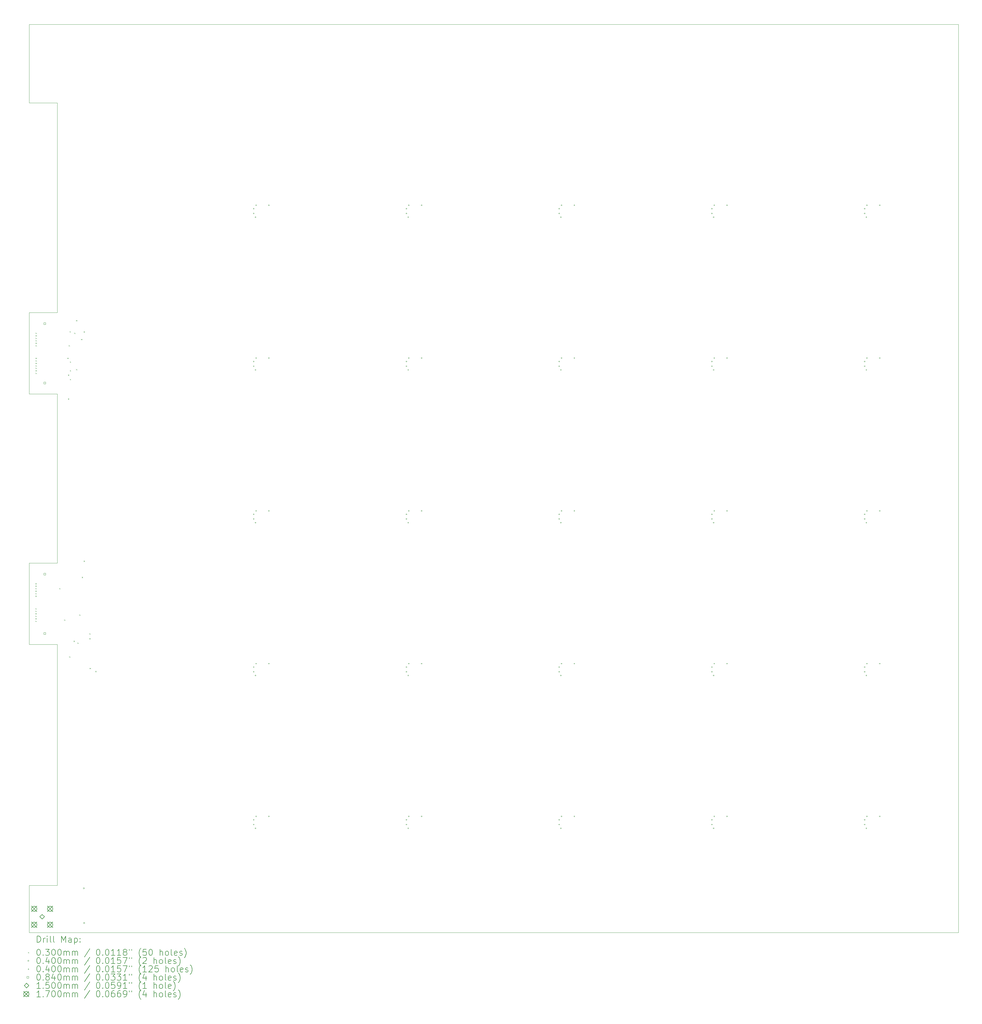
<source format=gbr>
%TF.GenerationSoftware,KiCad,Pcbnew,8.0.2-1*%
%TF.CreationDate,2025-02-26T17:02:10-05:00*%
%TF.ProjectId,EvenLayers_1.3mm_SiPM,4576656e-4c61-4796-9572-735f312e336d,rev?*%
%TF.SameCoordinates,Original*%
%TF.FileFunction,Drillmap*%
%TF.FilePolarity,Positive*%
%FSLAX45Y45*%
G04 Gerber Fmt 4.5, Leading zero omitted, Abs format (unit mm)*
G04 Created by KiCad (PCBNEW 8.0.2-1) date 2025-02-26 17:02:10*
%MOMM*%
%LPD*%
G01*
G04 APERTURE LIST*
%ADD10C,0.050000*%
%ADD11C,0.200000*%
%ADD12C,0.100000*%
%ADD13C,0.150000*%
%ADD14C,0.170000*%
G04 APERTURE END LIST*
D10*
X5500000Y-32500000D02*
X5500000Y-31000000D01*
X6400000Y-15300000D02*
X5500000Y-15300000D01*
X5500000Y-12700000D02*
X5500000Y-15300000D01*
X5500000Y-20700000D02*
X5500000Y-23300000D01*
X5500000Y-20700000D02*
X6400000Y-20700000D01*
X5500000Y-3500000D02*
X35200000Y-3500000D01*
X5500000Y-23300000D02*
X6400000Y-23300000D01*
X6400000Y-6000000D02*
X5500000Y-6000000D01*
X5500000Y-6000000D02*
X5500000Y-3500000D01*
X5500000Y-12700000D02*
X6400000Y-12700000D01*
X6400000Y-15300000D02*
X6400000Y-20700000D01*
X6400000Y-12700000D02*
X6400000Y-6000000D01*
X35200000Y-3500000D02*
X35200000Y-32500000D01*
X35200000Y-32500000D02*
X5500000Y-32500000D01*
X5500000Y-31000000D02*
X6400000Y-31000000D01*
X6400000Y-31000000D02*
X6400000Y-23300000D01*
D11*
D12*
X5705000Y-21345000D02*
X5735000Y-21375000D01*
X5735000Y-21345000D02*
X5705000Y-21375000D01*
X5705000Y-21425000D02*
X5735000Y-21455000D01*
X5735000Y-21425000D02*
X5705000Y-21455000D01*
X5705000Y-21505000D02*
X5735000Y-21535000D01*
X5735000Y-21505000D02*
X5705000Y-21535000D01*
X5705000Y-21585000D02*
X5735000Y-21615000D01*
X5735000Y-21585000D02*
X5705000Y-21615000D01*
X5705000Y-21665000D02*
X5735000Y-21695000D01*
X5735000Y-21665000D02*
X5705000Y-21695000D01*
X5705000Y-21745000D02*
X5735000Y-21775000D01*
X5735000Y-21745000D02*
X5705000Y-21775000D01*
X5705000Y-22145000D02*
X5735000Y-22175000D01*
X5735000Y-22145000D02*
X5705000Y-22175000D01*
X5705000Y-22225000D02*
X5735000Y-22255000D01*
X5735000Y-22225000D02*
X5705000Y-22255000D01*
X5705000Y-22305000D02*
X5735000Y-22335000D01*
X5735000Y-22305000D02*
X5705000Y-22335000D01*
X5705000Y-22385000D02*
X5735000Y-22415000D01*
X5735000Y-22385000D02*
X5705000Y-22415000D01*
X5705000Y-22465000D02*
X5735000Y-22495000D01*
X5735000Y-22465000D02*
X5705000Y-22495000D01*
X5705000Y-22545000D02*
X5735000Y-22575000D01*
X5735000Y-22545000D02*
X5705000Y-22575000D01*
X5710000Y-13345000D02*
X5740000Y-13375000D01*
X5740000Y-13345000D02*
X5710000Y-13375000D01*
X5710000Y-13425000D02*
X5740000Y-13455000D01*
X5740000Y-13425000D02*
X5710000Y-13455000D01*
X5710000Y-13505000D02*
X5740000Y-13535000D01*
X5740000Y-13505000D02*
X5710000Y-13535000D01*
X5710000Y-13585000D02*
X5740000Y-13615000D01*
X5740000Y-13585000D02*
X5710000Y-13615000D01*
X5710000Y-13665000D02*
X5740000Y-13695000D01*
X5740000Y-13665000D02*
X5710000Y-13695000D01*
X5710000Y-13745000D02*
X5740000Y-13775000D01*
X5740000Y-13745000D02*
X5710000Y-13775000D01*
X5710000Y-14145000D02*
X5740000Y-14175000D01*
X5740000Y-14145000D02*
X5710000Y-14175000D01*
X5710000Y-14225000D02*
X5740000Y-14255000D01*
X5740000Y-14225000D02*
X5710000Y-14255000D01*
X5710000Y-14305000D02*
X5740000Y-14335000D01*
X5740000Y-14305000D02*
X5710000Y-14335000D01*
X5710000Y-14385000D02*
X5740000Y-14415000D01*
X5740000Y-14385000D02*
X5710000Y-14415000D01*
X5710000Y-14465000D02*
X5740000Y-14495000D01*
X5740000Y-14465000D02*
X5710000Y-14495000D01*
X5710000Y-14545000D02*
X5740000Y-14575000D01*
X5740000Y-14545000D02*
X5710000Y-14575000D01*
X5710000Y-14625000D02*
X5740000Y-14655000D01*
X5740000Y-14625000D02*
X5710000Y-14655000D01*
X6465000Y-21505000D02*
X6495000Y-21535000D01*
X6495000Y-21505000D02*
X6465000Y-21535000D01*
X6625000Y-22505000D02*
X6655000Y-22535000D01*
X6655000Y-22505000D02*
X6625000Y-22535000D01*
X6725000Y-14145000D02*
X6755000Y-14175000D01*
X6755000Y-14145000D02*
X6725000Y-14175000D01*
X6745000Y-14685000D02*
X6775000Y-14715000D01*
X6775000Y-14685000D02*
X6745000Y-14715000D01*
X6745000Y-15445000D02*
X6775000Y-15475000D01*
X6775000Y-15445000D02*
X6745000Y-15475000D01*
X6765000Y-13745000D02*
X6795000Y-13775000D01*
X6795000Y-13745000D02*
X6765000Y-13775000D01*
X6785000Y-23685000D02*
X6815000Y-23715000D01*
X6815000Y-23685000D02*
X6785000Y-23715000D01*
X6797426Y-13297426D02*
X6827426Y-13327426D01*
X6827426Y-13297426D02*
X6797426Y-13327426D01*
X6805000Y-14265000D02*
X6835000Y-14295000D01*
X6835000Y-14265000D02*
X6805000Y-14295000D01*
X6805000Y-14545000D02*
X6835000Y-14575000D01*
X6835000Y-14545000D02*
X6805000Y-14575000D01*
X6805000Y-14825000D02*
X6835000Y-14855000D01*
X6835000Y-14825000D02*
X6805000Y-14855000D01*
X6925000Y-23185000D02*
X6955000Y-23215000D01*
X6955000Y-23185000D02*
X6925000Y-23215000D01*
X6945000Y-13345000D02*
X6975000Y-13375000D01*
X6975000Y-13345000D02*
X6945000Y-13375000D01*
X7005000Y-12945000D02*
X7035000Y-12975000D01*
X7035000Y-12945000D02*
X7005000Y-12975000D01*
X7005000Y-14505000D02*
X7035000Y-14535000D01*
X7035000Y-14505000D02*
X7005000Y-14535000D01*
X7045000Y-23245000D02*
X7075000Y-23275000D01*
X7075000Y-23245000D02*
X7045000Y-23275000D01*
X7105000Y-22345000D02*
X7135000Y-22375000D01*
X7135000Y-22345000D02*
X7105000Y-22375000D01*
X7165000Y-13545000D02*
X7195000Y-13575000D01*
X7195000Y-13545000D02*
X7165000Y-13575000D01*
X7185000Y-21145000D02*
X7215000Y-21175000D01*
X7215000Y-21145000D02*
X7185000Y-21175000D01*
X7245000Y-13305000D02*
X7275000Y-13335000D01*
X7275000Y-13305000D02*
X7245000Y-13335000D01*
X7245000Y-20625000D02*
X7275000Y-20655000D01*
X7275000Y-20625000D02*
X7245000Y-20655000D01*
X7425000Y-22945000D02*
X7455000Y-22975000D01*
X7455000Y-22945000D02*
X7425000Y-22975000D01*
X7425000Y-23105000D02*
X7455000Y-23135000D01*
X7455000Y-23105000D02*
X7425000Y-23135000D01*
X7437010Y-24052990D02*
X7467010Y-24082990D01*
X7467010Y-24052990D02*
X7437010Y-24082990D01*
X7619436Y-24150564D02*
X7649436Y-24180564D01*
X7649436Y-24150564D02*
X7619436Y-24180564D01*
X7270000Y-31090000D02*
G75*
G02*
X7230000Y-31090000I-20000J0D01*
G01*
X7230000Y-31090000D02*
G75*
G02*
X7270000Y-31090000I20000J0D01*
G01*
X7280000Y-32200000D02*
G75*
G02*
X7240000Y-32200000I-20000J0D01*
G01*
X7240000Y-32200000D02*
G75*
G02*
X7280000Y-32200000I20000J0D01*
G01*
X12675000Y-9360000D02*
X12675000Y-9400000D01*
X12655000Y-9380000D02*
X12695000Y-9380000D01*
X12675000Y-9510000D02*
X12675000Y-9550000D01*
X12655000Y-9530000D02*
X12695000Y-9530000D01*
X12675000Y-14240000D02*
X12675000Y-14280000D01*
X12655000Y-14260000D02*
X12695000Y-14260000D01*
X12675000Y-14390000D02*
X12675000Y-14430000D01*
X12655000Y-14410000D02*
X12695000Y-14410000D01*
X12675000Y-19120000D02*
X12675000Y-19160000D01*
X12655000Y-19140000D02*
X12695000Y-19140000D01*
X12675000Y-19270000D02*
X12675000Y-19310000D01*
X12655000Y-19290000D02*
X12695000Y-19290000D01*
X12675000Y-24000000D02*
X12675000Y-24040000D01*
X12655000Y-24020000D02*
X12695000Y-24020000D01*
X12675000Y-24150000D02*
X12675000Y-24190000D01*
X12655000Y-24170000D02*
X12695000Y-24170000D01*
X12675000Y-28880000D02*
X12675000Y-28920000D01*
X12655000Y-28900000D02*
X12695000Y-28900000D01*
X12675000Y-29030000D02*
X12675000Y-29070000D01*
X12655000Y-29050000D02*
X12695000Y-29050000D01*
X12730000Y-9630000D02*
X12730000Y-9670000D01*
X12710000Y-9650000D02*
X12750000Y-9650000D01*
X12730000Y-14510000D02*
X12730000Y-14550000D01*
X12710000Y-14530000D02*
X12750000Y-14530000D01*
X12730000Y-19390000D02*
X12730000Y-19430000D01*
X12710000Y-19410000D02*
X12750000Y-19410000D01*
X12730000Y-24270000D02*
X12730000Y-24310000D01*
X12710000Y-24290000D02*
X12750000Y-24290000D01*
X12730000Y-29150000D02*
X12730000Y-29190000D01*
X12710000Y-29170000D02*
X12750000Y-29170000D01*
X12750000Y-9250000D02*
X12750000Y-9290000D01*
X12730000Y-9270000D02*
X12770000Y-9270000D01*
X12750000Y-14130000D02*
X12750000Y-14170000D01*
X12730000Y-14150000D02*
X12770000Y-14150000D01*
X12750000Y-19010000D02*
X12750000Y-19050000D01*
X12730000Y-19030000D02*
X12770000Y-19030000D01*
X12750000Y-23890000D02*
X12750000Y-23930000D01*
X12730000Y-23910000D02*
X12770000Y-23910000D01*
X12750000Y-28770000D02*
X12750000Y-28810000D01*
X12730000Y-28790000D02*
X12770000Y-28790000D01*
X13160000Y-9250000D02*
X13160000Y-9290000D01*
X13140000Y-9270000D02*
X13180000Y-9270000D01*
X13160000Y-14130000D02*
X13160000Y-14170000D01*
X13140000Y-14150000D02*
X13180000Y-14150000D01*
X13160000Y-19010000D02*
X13160000Y-19050000D01*
X13140000Y-19030000D02*
X13180000Y-19030000D01*
X13160000Y-23890000D02*
X13160000Y-23930000D01*
X13140000Y-23910000D02*
X13180000Y-23910000D01*
X13160000Y-28770000D02*
X13160000Y-28810000D01*
X13140000Y-28790000D02*
X13180000Y-28790000D01*
X17555000Y-9360000D02*
X17555000Y-9400000D01*
X17535000Y-9380000D02*
X17575000Y-9380000D01*
X17555000Y-9510000D02*
X17555000Y-9550000D01*
X17535000Y-9530000D02*
X17575000Y-9530000D01*
X17555000Y-14240000D02*
X17555000Y-14280000D01*
X17535000Y-14260000D02*
X17575000Y-14260000D01*
X17555000Y-14390000D02*
X17555000Y-14430000D01*
X17535000Y-14410000D02*
X17575000Y-14410000D01*
X17555000Y-19120000D02*
X17555000Y-19160000D01*
X17535000Y-19140000D02*
X17575000Y-19140000D01*
X17555000Y-19270000D02*
X17555000Y-19310000D01*
X17535000Y-19290000D02*
X17575000Y-19290000D01*
X17555000Y-24000000D02*
X17555000Y-24040000D01*
X17535000Y-24020000D02*
X17575000Y-24020000D01*
X17555000Y-24150000D02*
X17555000Y-24190000D01*
X17535000Y-24170000D02*
X17575000Y-24170000D01*
X17555000Y-28880000D02*
X17555000Y-28920000D01*
X17535000Y-28900000D02*
X17575000Y-28900000D01*
X17555000Y-29030000D02*
X17555000Y-29070000D01*
X17535000Y-29050000D02*
X17575000Y-29050000D01*
X17610000Y-9630000D02*
X17610000Y-9670000D01*
X17590000Y-9650000D02*
X17630000Y-9650000D01*
X17610000Y-14510000D02*
X17610000Y-14550000D01*
X17590000Y-14530000D02*
X17630000Y-14530000D01*
X17610000Y-19390000D02*
X17610000Y-19430000D01*
X17590000Y-19410000D02*
X17630000Y-19410000D01*
X17610000Y-24270000D02*
X17610000Y-24310000D01*
X17590000Y-24290000D02*
X17630000Y-24290000D01*
X17610000Y-29150000D02*
X17610000Y-29190000D01*
X17590000Y-29170000D02*
X17630000Y-29170000D01*
X17630000Y-9250000D02*
X17630000Y-9290000D01*
X17610000Y-9270000D02*
X17650000Y-9270000D01*
X17630000Y-14130000D02*
X17630000Y-14170000D01*
X17610000Y-14150000D02*
X17650000Y-14150000D01*
X17630000Y-19010000D02*
X17630000Y-19050000D01*
X17610000Y-19030000D02*
X17650000Y-19030000D01*
X17630000Y-23890000D02*
X17630000Y-23930000D01*
X17610000Y-23910000D02*
X17650000Y-23910000D01*
X17630000Y-28770000D02*
X17630000Y-28810000D01*
X17610000Y-28790000D02*
X17650000Y-28790000D01*
X18040000Y-9250000D02*
X18040000Y-9290000D01*
X18020000Y-9270000D02*
X18060000Y-9270000D01*
X18040000Y-14130000D02*
X18040000Y-14170000D01*
X18020000Y-14150000D02*
X18060000Y-14150000D01*
X18040000Y-19010000D02*
X18040000Y-19050000D01*
X18020000Y-19030000D02*
X18060000Y-19030000D01*
X18040000Y-23890000D02*
X18040000Y-23930000D01*
X18020000Y-23910000D02*
X18060000Y-23910000D01*
X18040000Y-28770000D02*
X18040000Y-28810000D01*
X18020000Y-28790000D02*
X18060000Y-28790000D01*
X22435000Y-9360000D02*
X22435000Y-9400000D01*
X22415000Y-9380000D02*
X22455000Y-9380000D01*
X22435000Y-9510000D02*
X22435000Y-9550000D01*
X22415000Y-9530000D02*
X22455000Y-9530000D01*
X22435000Y-14240000D02*
X22435000Y-14280000D01*
X22415000Y-14260000D02*
X22455000Y-14260000D01*
X22435000Y-14390000D02*
X22435000Y-14430000D01*
X22415000Y-14410000D02*
X22455000Y-14410000D01*
X22435000Y-19120000D02*
X22435000Y-19160000D01*
X22415000Y-19140000D02*
X22455000Y-19140000D01*
X22435000Y-19270000D02*
X22435000Y-19310000D01*
X22415000Y-19290000D02*
X22455000Y-19290000D01*
X22435000Y-24000000D02*
X22435000Y-24040000D01*
X22415000Y-24020000D02*
X22455000Y-24020000D01*
X22435000Y-24150000D02*
X22435000Y-24190000D01*
X22415000Y-24170000D02*
X22455000Y-24170000D01*
X22435000Y-28880000D02*
X22435000Y-28920000D01*
X22415000Y-28900000D02*
X22455000Y-28900000D01*
X22435000Y-29030000D02*
X22435000Y-29070000D01*
X22415000Y-29050000D02*
X22455000Y-29050000D01*
X22490000Y-9630000D02*
X22490000Y-9670000D01*
X22470000Y-9650000D02*
X22510000Y-9650000D01*
X22490000Y-14510000D02*
X22490000Y-14550000D01*
X22470000Y-14530000D02*
X22510000Y-14530000D01*
X22490000Y-19390000D02*
X22490000Y-19430000D01*
X22470000Y-19410000D02*
X22510000Y-19410000D01*
X22490000Y-24270000D02*
X22490000Y-24310000D01*
X22470000Y-24290000D02*
X22510000Y-24290000D01*
X22490000Y-29150000D02*
X22490000Y-29190000D01*
X22470000Y-29170000D02*
X22510000Y-29170000D01*
X22510000Y-9250000D02*
X22510000Y-9290000D01*
X22490000Y-9270000D02*
X22530000Y-9270000D01*
X22510000Y-14130000D02*
X22510000Y-14170000D01*
X22490000Y-14150000D02*
X22530000Y-14150000D01*
X22510000Y-19010000D02*
X22510000Y-19050000D01*
X22490000Y-19030000D02*
X22530000Y-19030000D01*
X22510000Y-23890000D02*
X22510000Y-23930000D01*
X22490000Y-23910000D02*
X22530000Y-23910000D01*
X22510000Y-28770000D02*
X22510000Y-28810000D01*
X22490000Y-28790000D02*
X22530000Y-28790000D01*
X22920000Y-9250000D02*
X22920000Y-9290000D01*
X22900000Y-9270000D02*
X22940000Y-9270000D01*
X22920000Y-14130000D02*
X22920000Y-14170000D01*
X22900000Y-14150000D02*
X22940000Y-14150000D01*
X22920000Y-19010000D02*
X22920000Y-19050000D01*
X22900000Y-19030000D02*
X22940000Y-19030000D01*
X22920000Y-23890000D02*
X22920000Y-23930000D01*
X22900000Y-23910000D02*
X22940000Y-23910000D01*
X22920000Y-28770000D02*
X22920000Y-28810000D01*
X22900000Y-28790000D02*
X22940000Y-28790000D01*
X27315000Y-9360000D02*
X27315000Y-9400000D01*
X27295000Y-9380000D02*
X27335000Y-9380000D01*
X27315000Y-9510000D02*
X27315000Y-9550000D01*
X27295000Y-9530000D02*
X27335000Y-9530000D01*
X27315000Y-14240000D02*
X27315000Y-14280000D01*
X27295000Y-14260000D02*
X27335000Y-14260000D01*
X27315000Y-14390000D02*
X27315000Y-14430000D01*
X27295000Y-14410000D02*
X27335000Y-14410000D01*
X27315000Y-19120000D02*
X27315000Y-19160000D01*
X27295000Y-19140000D02*
X27335000Y-19140000D01*
X27315000Y-19270000D02*
X27315000Y-19310000D01*
X27295000Y-19290000D02*
X27335000Y-19290000D01*
X27315000Y-24000000D02*
X27315000Y-24040000D01*
X27295000Y-24020000D02*
X27335000Y-24020000D01*
X27315000Y-24150000D02*
X27315000Y-24190000D01*
X27295000Y-24170000D02*
X27335000Y-24170000D01*
X27315000Y-28880000D02*
X27315000Y-28920000D01*
X27295000Y-28900000D02*
X27335000Y-28900000D01*
X27315000Y-29030000D02*
X27315000Y-29070000D01*
X27295000Y-29050000D02*
X27335000Y-29050000D01*
X27370000Y-9630000D02*
X27370000Y-9670000D01*
X27350000Y-9650000D02*
X27390000Y-9650000D01*
X27370000Y-14510000D02*
X27370000Y-14550000D01*
X27350000Y-14530000D02*
X27390000Y-14530000D01*
X27370000Y-19390000D02*
X27370000Y-19430000D01*
X27350000Y-19410000D02*
X27390000Y-19410000D01*
X27370000Y-24270000D02*
X27370000Y-24310000D01*
X27350000Y-24290000D02*
X27390000Y-24290000D01*
X27370000Y-29150000D02*
X27370000Y-29190000D01*
X27350000Y-29170000D02*
X27390000Y-29170000D01*
X27390000Y-9250000D02*
X27390000Y-9290000D01*
X27370000Y-9270000D02*
X27410000Y-9270000D01*
X27390000Y-14130000D02*
X27390000Y-14170000D01*
X27370000Y-14150000D02*
X27410000Y-14150000D01*
X27390000Y-19010000D02*
X27390000Y-19050000D01*
X27370000Y-19030000D02*
X27410000Y-19030000D01*
X27390000Y-23890000D02*
X27390000Y-23930000D01*
X27370000Y-23910000D02*
X27410000Y-23910000D01*
X27390000Y-28770000D02*
X27390000Y-28810000D01*
X27370000Y-28790000D02*
X27410000Y-28790000D01*
X27800000Y-9250000D02*
X27800000Y-9290000D01*
X27780000Y-9270000D02*
X27820000Y-9270000D01*
X27800000Y-14130000D02*
X27800000Y-14170000D01*
X27780000Y-14150000D02*
X27820000Y-14150000D01*
X27800000Y-19010000D02*
X27800000Y-19050000D01*
X27780000Y-19030000D02*
X27820000Y-19030000D01*
X27800000Y-23890000D02*
X27800000Y-23930000D01*
X27780000Y-23910000D02*
X27820000Y-23910000D01*
X27800000Y-28770000D02*
X27800000Y-28810000D01*
X27780000Y-28790000D02*
X27820000Y-28790000D01*
X32195000Y-9360000D02*
X32195000Y-9400000D01*
X32175000Y-9380000D02*
X32215000Y-9380000D01*
X32195000Y-9510000D02*
X32195000Y-9550000D01*
X32175000Y-9530000D02*
X32215000Y-9530000D01*
X32195000Y-14240000D02*
X32195000Y-14280000D01*
X32175000Y-14260000D02*
X32215000Y-14260000D01*
X32195000Y-14390000D02*
X32195000Y-14430000D01*
X32175000Y-14410000D02*
X32215000Y-14410000D01*
X32195000Y-19120000D02*
X32195000Y-19160000D01*
X32175000Y-19140000D02*
X32215000Y-19140000D01*
X32195000Y-19270000D02*
X32195000Y-19310000D01*
X32175000Y-19290000D02*
X32215000Y-19290000D01*
X32195000Y-24000000D02*
X32195000Y-24040000D01*
X32175000Y-24020000D02*
X32215000Y-24020000D01*
X32195000Y-24150000D02*
X32195000Y-24190000D01*
X32175000Y-24170000D02*
X32215000Y-24170000D01*
X32195000Y-28880000D02*
X32195000Y-28920000D01*
X32175000Y-28900000D02*
X32215000Y-28900000D01*
X32195000Y-29030000D02*
X32195000Y-29070000D01*
X32175000Y-29050000D02*
X32215000Y-29050000D01*
X32250000Y-9630000D02*
X32250000Y-9670000D01*
X32230000Y-9650000D02*
X32270000Y-9650000D01*
X32250000Y-14510000D02*
X32250000Y-14550000D01*
X32230000Y-14530000D02*
X32270000Y-14530000D01*
X32250000Y-19390000D02*
X32250000Y-19430000D01*
X32230000Y-19410000D02*
X32270000Y-19410000D01*
X32250000Y-24270000D02*
X32250000Y-24310000D01*
X32230000Y-24290000D02*
X32270000Y-24290000D01*
X32250000Y-29150000D02*
X32250000Y-29190000D01*
X32230000Y-29170000D02*
X32270000Y-29170000D01*
X32270000Y-9250000D02*
X32270000Y-9290000D01*
X32250000Y-9270000D02*
X32290000Y-9270000D01*
X32270000Y-14130000D02*
X32270000Y-14170000D01*
X32250000Y-14150000D02*
X32290000Y-14150000D01*
X32270000Y-19010000D02*
X32270000Y-19050000D01*
X32250000Y-19030000D02*
X32290000Y-19030000D01*
X32270000Y-23890000D02*
X32270000Y-23930000D01*
X32250000Y-23910000D02*
X32290000Y-23910000D01*
X32270000Y-28770000D02*
X32270000Y-28810000D01*
X32250000Y-28790000D02*
X32290000Y-28790000D01*
X32680000Y-9250000D02*
X32680000Y-9290000D01*
X32660000Y-9270000D02*
X32700000Y-9270000D01*
X32680000Y-14130000D02*
X32680000Y-14170000D01*
X32660000Y-14150000D02*
X32700000Y-14150000D01*
X32680000Y-19010000D02*
X32680000Y-19050000D01*
X32660000Y-19030000D02*
X32700000Y-19030000D01*
X32680000Y-23890000D02*
X32680000Y-23930000D01*
X32660000Y-23910000D02*
X32700000Y-23910000D01*
X32680000Y-28770000D02*
X32680000Y-28810000D01*
X32660000Y-28790000D02*
X32700000Y-28790000D01*
X6029699Y-13080199D02*
X6029699Y-13020801D01*
X5970301Y-13020801D01*
X5970301Y-13080199D01*
X6029699Y-13080199D01*
X6029699Y-14979199D02*
X6029699Y-14919801D01*
X5970301Y-14919801D01*
X5970301Y-14979199D01*
X6029699Y-14979199D01*
X6029699Y-21080199D02*
X6029699Y-21020801D01*
X5970301Y-21020801D01*
X5970301Y-21080199D01*
X6029699Y-21080199D01*
X6029699Y-22979199D02*
X6029699Y-22919801D01*
X5970301Y-22919801D01*
X5970301Y-22979199D01*
X6029699Y-22979199D01*
D13*
X5920000Y-32075000D02*
X5995000Y-32000000D01*
X5920000Y-31925000D01*
X5845000Y-32000000D01*
X5920000Y-32075000D01*
D14*
X5581000Y-31661000D02*
X5751000Y-31831000D01*
X5751000Y-31661000D02*
X5581000Y-31831000D01*
X5751000Y-31746000D02*
G75*
G02*
X5581000Y-31746000I-85000J0D01*
G01*
X5581000Y-31746000D02*
G75*
G02*
X5751000Y-31746000I85000J0D01*
G01*
X5581000Y-32169000D02*
X5751000Y-32339000D01*
X5751000Y-32169000D02*
X5581000Y-32339000D01*
X5751000Y-32254000D02*
G75*
G02*
X5581000Y-32254000I-85000J0D01*
G01*
X5581000Y-32254000D02*
G75*
G02*
X5751000Y-32254000I85000J0D01*
G01*
X6089000Y-31661000D02*
X6259000Y-31831000D01*
X6259000Y-31661000D02*
X6089000Y-31831000D01*
X6259000Y-31746000D02*
G75*
G02*
X6089000Y-31746000I-85000J0D01*
G01*
X6089000Y-31746000D02*
G75*
G02*
X6259000Y-31746000I85000J0D01*
G01*
X6089000Y-32169000D02*
X6259000Y-32339000D01*
X6259000Y-32169000D02*
X6089000Y-32339000D01*
X6259000Y-32254000D02*
G75*
G02*
X6089000Y-32254000I-85000J0D01*
G01*
X6089000Y-32254000D02*
G75*
G02*
X6259000Y-32254000I85000J0D01*
G01*
D11*
X5758277Y-32813984D02*
X5758277Y-32613984D01*
X5758277Y-32613984D02*
X5805896Y-32613984D01*
X5805896Y-32613984D02*
X5834467Y-32623508D01*
X5834467Y-32623508D02*
X5853515Y-32642555D01*
X5853515Y-32642555D02*
X5863039Y-32661603D01*
X5863039Y-32661603D02*
X5872562Y-32699698D01*
X5872562Y-32699698D02*
X5872562Y-32728269D01*
X5872562Y-32728269D02*
X5863039Y-32766365D01*
X5863039Y-32766365D02*
X5853515Y-32785412D01*
X5853515Y-32785412D02*
X5834467Y-32804460D01*
X5834467Y-32804460D02*
X5805896Y-32813984D01*
X5805896Y-32813984D02*
X5758277Y-32813984D01*
X5958277Y-32813984D02*
X5958277Y-32680650D01*
X5958277Y-32718746D02*
X5967801Y-32699698D01*
X5967801Y-32699698D02*
X5977324Y-32690174D01*
X5977324Y-32690174D02*
X5996372Y-32680650D01*
X5996372Y-32680650D02*
X6015420Y-32680650D01*
X6082086Y-32813984D02*
X6082086Y-32680650D01*
X6082086Y-32613984D02*
X6072562Y-32623508D01*
X6072562Y-32623508D02*
X6082086Y-32633031D01*
X6082086Y-32633031D02*
X6091610Y-32623508D01*
X6091610Y-32623508D02*
X6082086Y-32613984D01*
X6082086Y-32613984D02*
X6082086Y-32633031D01*
X6205896Y-32813984D02*
X6186848Y-32804460D01*
X6186848Y-32804460D02*
X6177324Y-32785412D01*
X6177324Y-32785412D02*
X6177324Y-32613984D01*
X6310658Y-32813984D02*
X6291610Y-32804460D01*
X6291610Y-32804460D02*
X6282086Y-32785412D01*
X6282086Y-32785412D02*
X6282086Y-32613984D01*
X6539229Y-32813984D02*
X6539229Y-32613984D01*
X6539229Y-32613984D02*
X6605896Y-32756841D01*
X6605896Y-32756841D02*
X6672562Y-32613984D01*
X6672562Y-32613984D02*
X6672562Y-32813984D01*
X6853515Y-32813984D02*
X6853515Y-32709222D01*
X6853515Y-32709222D02*
X6843991Y-32690174D01*
X6843991Y-32690174D02*
X6824943Y-32680650D01*
X6824943Y-32680650D02*
X6786848Y-32680650D01*
X6786848Y-32680650D02*
X6767801Y-32690174D01*
X6853515Y-32804460D02*
X6834467Y-32813984D01*
X6834467Y-32813984D02*
X6786848Y-32813984D01*
X6786848Y-32813984D02*
X6767801Y-32804460D01*
X6767801Y-32804460D02*
X6758277Y-32785412D01*
X6758277Y-32785412D02*
X6758277Y-32766365D01*
X6758277Y-32766365D02*
X6767801Y-32747317D01*
X6767801Y-32747317D02*
X6786848Y-32737793D01*
X6786848Y-32737793D02*
X6834467Y-32737793D01*
X6834467Y-32737793D02*
X6853515Y-32728269D01*
X6948753Y-32680650D02*
X6948753Y-32880650D01*
X6948753Y-32690174D02*
X6967801Y-32680650D01*
X6967801Y-32680650D02*
X7005896Y-32680650D01*
X7005896Y-32680650D02*
X7024943Y-32690174D01*
X7024943Y-32690174D02*
X7034467Y-32699698D01*
X7034467Y-32699698D02*
X7043991Y-32718746D01*
X7043991Y-32718746D02*
X7043991Y-32775888D01*
X7043991Y-32775888D02*
X7034467Y-32794936D01*
X7034467Y-32794936D02*
X7024943Y-32804460D01*
X7024943Y-32804460D02*
X7005896Y-32813984D01*
X7005896Y-32813984D02*
X6967801Y-32813984D01*
X6967801Y-32813984D02*
X6948753Y-32804460D01*
X7129705Y-32794936D02*
X7139229Y-32804460D01*
X7139229Y-32804460D02*
X7129705Y-32813984D01*
X7129705Y-32813984D02*
X7120182Y-32804460D01*
X7120182Y-32804460D02*
X7129705Y-32794936D01*
X7129705Y-32794936D02*
X7129705Y-32813984D01*
X7129705Y-32690174D02*
X7139229Y-32699698D01*
X7139229Y-32699698D02*
X7129705Y-32709222D01*
X7129705Y-32709222D02*
X7120182Y-32699698D01*
X7120182Y-32699698D02*
X7129705Y-32690174D01*
X7129705Y-32690174D02*
X7129705Y-32709222D01*
D12*
X5467500Y-33127500D02*
X5497500Y-33157500D01*
X5497500Y-33127500D02*
X5467500Y-33157500D01*
D11*
X5796372Y-33033984D02*
X5815420Y-33033984D01*
X5815420Y-33033984D02*
X5834467Y-33043508D01*
X5834467Y-33043508D02*
X5843991Y-33053031D01*
X5843991Y-33053031D02*
X5853515Y-33072079D01*
X5853515Y-33072079D02*
X5863039Y-33110174D01*
X5863039Y-33110174D02*
X5863039Y-33157793D01*
X5863039Y-33157793D02*
X5853515Y-33195888D01*
X5853515Y-33195888D02*
X5843991Y-33214936D01*
X5843991Y-33214936D02*
X5834467Y-33224460D01*
X5834467Y-33224460D02*
X5815420Y-33233984D01*
X5815420Y-33233984D02*
X5796372Y-33233984D01*
X5796372Y-33233984D02*
X5777324Y-33224460D01*
X5777324Y-33224460D02*
X5767801Y-33214936D01*
X5767801Y-33214936D02*
X5758277Y-33195888D01*
X5758277Y-33195888D02*
X5748753Y-33157793D01*
X5748753Y-33157793D02*
X5748753Y-33110174D01*
X5748753Y-33110174D02*
X5758277Y-33072079D01*
X5758277Y-33072079D02*
X5767801Y-33053031D01*
X5767801Y-33053031D02*
X5777324Y-33043508D01*
X5777324Y-33043508D02*
X5796372Y-33033984D01*
X5948753Y-33214936D02*
X5958277Y-33224460D01*
X5958277Y-33224460D02*
X5948753Y-33233984D01*
X5948753Y-33233984D02*
X5939229Y-33224460D01*
X5939229Y-33224460D02*
X5948753Y-33214936D01*
X5948753Y-33214936D02*
X5948753Y-33233984D01*
X6024943Y-33033984D02*
X6148753Y-33033984D01*
X6148753Y-33033984D02*
X6082086Y-33110174D01*
X6082086Y-33110174D02*
X6110658Y-33110174D01*
X6110658Y-33110174D02*
X6129705Y-33119698D01*
X6129705Y-33119698D02*
X6139229Y-33129222D01*
X6139229Y-33129222D02*
X6148753Y-33148269D01*
X6148753Y-33148269D02*
X6148753Y-33195888D01*
X6148753Y-33195888D02*
X6139229Y-33214936D01*
X6139229Y-33214936D02*
X6129705Y-33224460D01*
X6129705Y-33224460D02*
X6110658Y-33233984D01*
X6110658Y-33233984D02*
X6053515Y-33233984D01*
X6053515Y-33233984D02*
X6034467Y-33224460D01*
X6034467Y-33224460D02*
X6024943Y-33214936D01*
X6272562Y-33033984D02*
X6291610Y-33033984D01*
X6291610Y-33033984D02*
X6310658Y-33043508D01*
X6310658Y-33043508D02*
X6320182Y-33053031D01*
X6320182Y-33053031D02*
X6329705Y-33072079D01*
X6329705Y-33072079D02*
X6339229Y-33110174D01*
X6339229Y-33110174D02*
X6339229Y-33157793D01*
X6339229Y-33157793D02*
X6329705Y-33195888D01*
X6329705Y-33195888D02*
X6320182Y-33214936D01*
X6320182Y-33214936D02*
X6310658Y-33224460D01*
X6310658Y-33224460D02*
X6291610Y-33233984D01*
X6291610Y-33233984D02*
X6272562Y-33233984D01*
X6272562Y-33233984D02*
X6253515Y-33224460D01*
X6253515Y-33224460D02*
X6243991Y-33214936D01*
X6243991Y-33214936D02*
X6234467Y-33195888D01*
X6234467Y-33195888D02*
X6224943Y-33157793D01*
X6224943Y-33157793D02*
X6224943Y-33110174D01*
X6224943Y-33110174D02*
X6234467Y-33072079D01*
X6234467Y-33072079D02*
X6243991Y-33053031D01*
X6243991Y-33053031D02*
X6253515Y-33043508D01*
X6253515Y-33043508D02*
X6272562Y-33033984D01*
X6463039Y-33033984D02*
X6482086Y-33033984D01*
X6482086Y-33033984D02*
X6501134Y-33043508D01*
X6501134Y-33043508D02*
X6510658Y-33053031D01*
X6510658Y-33053031D02*
X6520182Y-33072079D01*
X6520182Y-33072079D02*
X6529705Y-33110174D01*
X6529705Y-33110174D02*
X6529705Y-33157793D01*
X6529705Y-33157793D02*
X6520182Y-33195888D01*
X6520182Y-33195888D02*
X6510658Y-33214936D01*
X6510658Y-33214936D02*
X6501134Y-33224460D01*
X6501134Y-33224460D02*
X6482086Y-33233984D01*
X6482086Y-33233984D02*
X6463039Y-33233984D01*
X6463039Y-33233984D02*
X6443991Y-33224460D01*
X6443991Y-33224460D02*
X6434467Y-33214936D01*
X6434467Y-33214936D02*
X6424943Y-33195888D01*
X6424943Y-33195888D02*
X6415420Y-33157793D01*
X6415420Y-33157793D02*
X6415420Y-33110174D01*
X6415420Y-33110174D02*
X6424943Y-33072079D01*
X6424943Y-33072079D02*
X6434467Y-33053031D01*
X6434467Y-33053031D02*
X6443991Y-33043508D01*
X6443991Y-33043508D02*
X6463039Y-33033984D01*
X6615420Y-33233984D02*
X6615420Y-33100650D01*
X6615420Y-33119698D02*
X6624943Y-33110174D01*
X6624943Y-33110174D02*
X6643991Y-33100650D01*
X6643991Y-33100650D02*
X6672563Y-33100650D01*
X6672563Y-33100650D02*
X6691610Y-33110174D01*
X6691610Y-33110174D02*
X6701134Y-33129222D01*
X6701134Y-33129222D02*
X6701134Y-33233984D01*
X6701134Y-33129222D02*
X6710658Y-33110174D01*
X6710658Y-33110174D02*
X6729705Y-33100650D01*
X6729705Y-33100650D02*
X6758277Y-33100650D01*
X6758277Y-33100650D02*
X6777324Y-33110174D01*
X6777324Y-33110174D02*
X6786848Y-33129222D01*
X6786848Y-33129222D02*
X6786848Y-33233984D01*
X6882086Y-33233984D02*
X6882086Y-33100650D01*
X6882086Y-33119698D02*
X6891610Y-33110174D01*
X6891610Y-33110174D02*
X6910658Y-33100650D01*
X6910658Y-33100650D02*
X6939229Y-33100650D01*
X6939229Y-33100650D02*
X6958277Y-33110174D01*
X6958277Y-33110174D02*
X6967801Y-33129222D01*
X6967801Y-33129222D02*
X6967801Y-33233984D01*
X6967801Y-33129222D02*
X6977324Y-33110174D01*
X6977324Y-33110174D02*
X6996372Y-33100650D01*
X6996372Y-33100650D02*
X7024943Y-33100650D01*
X7024943Y-33100650D02*
X7043991Y-33110174D01*
X7043991Y-33110174D02*
X7053515Y-33129222D01*
X7053515Y-33129222D02*
X7053515Y-33233984D01*
X7443991Y-33024460D02*
X7272563Y-33281603D01*
X7701134Y-33033984D02*
X7720182Y-33033984D01*
X7720182Y-33033984D02*
X7739229Y-33043508D01*
X7739229Y-33043508D02*
X7748753Y-33053031D01*
X7748753Y-33053031D02*
X7758277Y-33072079D01*
X7758277Y-33072079D02*
X7767801Y-33110174D01*
X7767801Y-33110174D02*
X7767801Y-33157793D01*
X7767801Y-33157793D02*
X7758277Y-33195888D01*
X7758277Y-33195888D02*
X7748753Y-33214936D01*
X7748753Y-33214936D02*
X7739229Y-33224460D01*
X7739229Y-33224460D02*
X7720182Y-33233984D01*
X7720182Y-33233984D02*
X7701134Y-33233984D01*
X7701134Y-33233984D02*
X7682086Y-33224460D01*
X7682086Y-33224460D02*
X7672563Y-33214936D01*
X7672563Y-33214936D02*
X7663039Y-33195888D01*
X7663039Y-33195888D02*
X7653515Y-33157793D01*
X7653515Y-33157793D02*
X7653515Y-33110174D01*
X7653515Y-33110174D02*
X7663039Y-33072079D01*
X7663039Y-33072079D02*
X7672563Y-33053031D01*
X7672563Y-33053031D02*
X7682086Y-33043508D01*
X7682086Y-33043508D02*
X7701134Y-33033984D01*
X7853515Y-33214936D02*
X7863039Y-33224460D01*
X7863039Y-33224460D02*
X7853515Y-33233984D01*
X7853515Y-33233984D02*
X7843991Y-33224460D01*
X7843991Y-33224460D02*
X7853515Y-33214936D01*
X7853515Y-33214936D02*
X7853515Y-33233984D01*
X7986848Y-33033984D02*
X8005896Y-33033984D01*
X8005896Y-33033984D02*
X8024944Y-33043508D01*
X8024944Y-33043508D02*
X8034467Y-33053031D01*
X8034467Y-33053031D02*
X8043991Y-33072079D01*
X8043991Y-33072079D02*
X8053515Y-33110174D01*
X8053515Y-33110174D02*
X8053515Y-33157793D01*
X8053515Y-33157793D02*
X8043991Y-33195888D01*
X8043991Y-33195888D02*
X8034467Y-33214936D01*
X8034467Y-33214936D02*
X8024944Y-33224460D01*
X8024944Y-33224460D02*
X8005896Y-33233984D01*
X8005896Y-33233984D02*
X7986848Y-33233984D01*
X7986848Y-33233984D02*
X7967801Y-33224460D01*
X7967801Y-33224460D02*
X7958277Y-33214936D01*
X7958277Y-33214936D02*
X7948753Y-33195888D01*
X7948753Y-33195888D02*
X7939229Y-33157793D01*
X7939229Y-33157793D02*
X7939229Y-33110174D01*
X7939229Y-33110174D02*
X7948753Y-33072079D01*
X7948753Y-33072079D02*
X7958277Y-33053031D01*
X7958277Y-33053031D02*
X7967801Y-33043508D01*
X7967801Y-33043508D02*
X7986848Y-33033984D01*
X8243991Y-33233984D02*
X8129706Y-33233984D01*
X8186848Y-33233984D02*
X8186848Y-33033984D01*
X8186848Y-33033984D02*
X8167801Y-33062555D01*
X8167801Y-33062555D02*
X8148753Y-33081603D01*
X8148753Y-33081603D02*
X8129706Y-33091127D01*
X8434468Y-33233984D02*
X8320182Y-33233984D01*
X8377325Y-33233984D02*
X8377325Y-33033984D01*
X8377325Y-33033984D02*
X8358277Y-33062555D01*
X8358277Y-33062555D02*
X8339229Y-33081603D01*
X8339229Y-33081603D02*
X8320182Y-33091127D01*
X8548753Y-33119698D02*
X8529706Y-33110174D01*
X8529706Y-33110174D02*
X8520182Y-33100650D01*
X8520182Y-33100650D02*
X8510658Y-33081603D01*
X8510658Y-33081603D02*
X8510658Y-33072079D01*
X8510658Y-33072079D02*
X8520182Y-33053031D01*
X8520182Y-33053031D02*
X8529706Y-33043508D01*
X8529706Y-33043508D02*
X8548753Y-33033984D01*
X8548753Y-33033984D02*
X8586849Y-33033984D01*
X8586849Y-33033984D02*
X8605896Y-33043508D01*
X8605896Y-33043508D02*
X8615420Y-33053031D01*
X8615420Y-33053031D02*
X8624944Y-33072079D01*
X8624944Y-33072079D02*
X8624944Y-33081603D01*
X8624944Y-33081603D02*
X8615420Y-33100650D01*
X8615420Y-33100650D02*
X8605896Y-33110174D01*
X8605896Y-33110174D02*
X8586849Y-33119698D01*
X8586849Y-33119698D02*
X8548753Y-33119698D01*
X8548753Y-33119698D02*
X8529706Y-33129222D01*
X8529706Y-33129222D02*
X8520182Y-33138746D01*
X8520182Y-33138746D02*
X8510658Y-33157793D01*
X8510658Y-33157793D02*
X8510658Y-33195888D01*
X8510658Y-33195888D02*
X8520182Y-33214936D01*
X8520182Y-33214936D02*
X8529706Y-33224460D01*
X8529706Y-33224460D02*
X8548753Y-33233984D01*
X8548753Y-33233984D02*
X8586849Y-33233984D01*
X8586849Y-33233984D02*
X8605896Y-33224460D01*
X8605896Y-33224460D02*
X8615420Y-33214936D01*
X8615420Y-33214936D02*
X8624944Y-33195888D01*
X8624944Y-33195888D02*
X8624944Y-33157793D01*
X8624944Y-33157793D02*
X8615420Y-33138746D01*
X8615420Y-33138746D02*
X8605896Y-33129222D01*
X8605896Y-33129222D02*
X8586849Y-33119698D01*
X8701134Y-33033984D02*
X8701134Y-33072079D01*
X8777325Y-33033984D02*
X8777325Y-33072079D01*
X9072563Y-33310174D02*
X9063039Y-33300650D01*
X9063039Y-33300650D02*
X9043991Y-33272079D01*
X9043991Y-33272079D02*
X9034468Y-33253031D01*
X9034468Y-33253031D02*
X9024944Y-33224460D01*
X9024944Y-33224460D02*
X9015420Y-33176841D01*
X9015420Y-33176841D02*
X9015420Y-33138746D01*
X9015420Y-33138746D02*
X9024944Y-33091127D01*
X9024944Y-33091127D02*
X9034468Y-33062555D01*
X9034468Y-33062555D02*
X9043991Y-33043508D01*
X9043991Y-33043508D02*
X9063039Y-33014936D01*
X9063039Y-33014936D02*
X9072563Y-33005412D01*
X9243991Y-33033984D02*
X9148753Y-33033984D01*
X9148753Y-33033984D02*
X9139230Y-33129222D01*
X9139230Y-33129222D02*
X9148753Y-33119698D01*
X9148753Y-33119698D02*
X9167801Y-33110174D01*
X9167801Y-33110174D02*
X9215420Y-33110174D01*
X9215420Y-33110174D02*
X9234468Y-33119698D01*
X9234468Y-33119698D02*
X9243991Y-33129222D01*
X9243991Y-33129222D02*
X9253515Y-33148269D01*
X9253515Y-33148269D02*
X9253515Y-33195888D01*
X9253515Y-33195888D02*
X9243991Y-33214936D01*
X9243991Y-33214936D02*
X9234468Y-33224460D01*
X9234468Y-33224460D02*
X9215420Y-33233984D01*
X9215420Y-33233984D02*
X9167801Y-33233984D01*
X9167801Y-33233984D02*
X9148753Y-33224460D01*
X9148753Y-33224460D02*
X9139230Y-33214936D01*
X9377325Y-33033984D02*
X9396372Y-33033984D01*
X9396372Y-33033984D02*
X9415420Y-33043508D01*
X9415420Y-33043508D02*
X9424944Y-33053031D01*
X9424944Y-33053031D02*
X9434468Y-33072079D01*
X9434468Y-33072079D02*
X9443991Y-33110174D01*
X9443991Y-33110174D02*
X9443991Y-33157793D01*
X9443991Y-33157793D02*
X9434468Y-33195888D01*
X9434468Y-33195888D02*
X9424944Y-33214936D01*
X9424944Y-33214936D02*
X9415420Y-33224460D01*
X9415420Y-33224460D02*
X9396372Y-33233984D01*
X9396372Y-33233984D02*
X9377325Y-33233984D01*
X9377325Y-33233984D02*
X9358277Y-33224460D01*
X9358277Y-33224460D02*
X9348753Y-33214936D01*
X9348753Y-33214936D02*
X9339230Y-33195888D01*
X9339230Y-33195888D02*
X9329706Y-33157793D01*
X9329706Y-33157793D02*
X9329706Y-33110174D01*
X9329706Y-33110174D02*
X9339230Y-33072079D01*
X9339230Y-33072079D02*
X9348753Y-33053031D01*
X9348753Y-33053031D02*
X9358277Y-33043508D01*
X9358277Y-33043508D02*
X9377325Y-33033984D01*
X9682087Y-33233984D02*
X9682087Y-33033984D01*
X9767801Y-33233984D02*
X9767801Y-33129222D01*
X9767801Y-33129222D02*
X9758277Y-33110174D01*
X9758277Y-33110174D02*
X9739230Y-33100650D01*
X9739230Y-33100650D02*
X9710658Y-33100650D01*
X9710658Y-33100650D02*
X9691611Y-33110174D01*
X9691611Y-33110174D02*
X9682087Y-33119698D01*
X9891611Y-33233984D02*
X9872563Y-33224460D01*
X9872563Y-33224460D02*
X9863039Y-33214936D01*
X9863039Y-33214936D02*
X9853515Y-33195888D01*
X9853515Y-33195888D02*
X9853515Y-33138746D01*
X9853515Y-33138746D02*
X9863039Y-33119698D01*
X9863039Y-33119698D02*
X9872563Y-33110174D01*
X9872563Y-33110174D02*
X9891611Y-33100650D01*
X9891611Y-33100650D02*
X9920182Y-33100650D01*
X9920182Y-33100650D02*
X9939230Y-33110174D01*
X9939230Y-33110174D02*
X9948753Y-33119698D01*
X9948753Y-33119698D02*
X9958277Y-33138746D01*
X9958277Y-33138746D02*
X9958277Y-33195888D01*
X9958277Y-33195888D02*
X9948753Y-33214936D01*
X9948753Y-33214936D02*
X9939230Y-33224460D01*
X9939230Y-33224460D02*
X9920182Y-33233984D01*
X9920182Y-33233984D02*
X9891611Y-33233984D01*
X10072563Y-33233984D02*
X10053515Y-33224460D01*
X10053515Y-33224460D02*
X10043992Y-33205412D01*
X10043992Y-33205412D02*
X10043992Y-33033984D01*
X10224944Y-33224460D02*
X10205896Y-33233984D01*
X10205896Y-33233984D02*
X10167801Y-33233984D01*
X10167801Y-33233984D02*
X10148753Y-33224460D01*
X10148753Y-33224460D02*
X10139230Y-33205412D01*
X10139230Y-33205412D02*
X10139230Y-33129222D01*
X10139230Y-33129222D02*
X10148753Y-33110174D01*
X10148753Y-33110174D02*
X10167801Y-33100650D01*
X10167801Y-33100650D02*
X10205896Y-33100650D01*
X10205896Y-33100650D02*
X10224944Y-33110174D01*
X10224944Y-33110174D02*
X10234468Y-33129222D01*
X10234468Y-33129222D02*
X10234468Y-33148269D01*
X10234468Y-33148269D02*
X10139230Y-33167317D01*
X10310658Y-33224460D02*
X10329706Y-33233984D01*
X10329706Y-33233984D02*
X10367801Y-33233984D01*
X10367801Y-33233984D02*
X10386849Y-33224460D01*
X10386849Y-33224460D02*
X10396373Y-33205412D01*
X10396373Y-33205412D02*
X10396373Y-33195888D01*
X10396373Y-33195888D02*
X10386849Y-33176841D01*
X10386849Y-33176841D02*
X10367801Y-33167317D01*
X10367801Y-33167317D02*
X10339230Y-33167317D01*
X10339230Y-33167317D02*
X10320182Y-33157793D01*
X10320182Y-33157793D02*
X10310658Y-33138746D01*
X10310658Y-33138746D02*
X10310658Y-33129222D01*
X10310658Y-33129222D02*
X10320182Y-33110174D01*
X10320182Y-33110174D02*
X10339230Y-33100650D01*
X10339230Y-33100650D02*
X10367801Y-33100650D01*
X10367801Y-33100650D02*
X10386849Y-33110174D01*
X10463039Y-33310174D02*
X10472563Y-33300650D01*
X10472563Y-33300650D02*
X10491611Y-33272079D01*
X10491611Y-33272079D02*
X10501134Y-33253031D01*
X10501134Y-33253031D02*
X10510658Y-33224460D01*
X10510658Y-33224460D02*
X10520182Y-33176841D01*
X10520182Y-33176841D02*
X10520182Y-33138746D01*
X10520182Y-33138746D02*
X10510658Y-33091127D01*
X10510658Y-33091127D02*
X10501134Y-33062555D01*
X10501134Y-33062555D02*
X10491611Y-33043508D01*
X10491611Y-33043508D02*
X10472563Y-33014936D01*
X10472563Y-33014936D02*
X10463039Y-33005412D01*
D12*
X5497500Y-33406500D02*
G75*
G02*
X5457500Y-33406500I-20000J0D01*
G01*
X5457500Y-33406500D02*
G75*
G02*
X5497500Y-33406500I20000J0D01*
G01*
D11*
X5796372Y-33297984D02*
X5815420Y-33297984D01*
X5815420Y-33297984D02*
X5834467Y-33307508D01*
X5834467Y-33307508D02*
X5843991Y-33317031D01*
X5843991Y-33317031D02*
X5853515Y-33336079D01*
X5853515Y-33336079D02*
X5863039Y-33374174D01*
X5863039Y-33374174D02*
X5863039Y-33421793D01*
X5863039Y-33421793D02*
X5853515Y-33459888D01*
X5853515Y-33459888D02*
X5843991Y-33478936D01*
X5843991Y-33478936D02*
X5834467Y-33488460D01*
X5834467Y-33488460D02*
X5815420Y-33497984D01*
X5815420Y-33497984D02*
X5796372Y-33497984D01*
X5796372Y-33497984D02*
X5777324Y-33488460D01*
X5777324Y-33488460D02*
X5767801Y-33478936D01*
X5767801Y-33478936D02*
X5758277Y-33459888D01*
X5758277Y-33459888D02*
X5748753Y-33421793D01*
X5748753Y-33421793D02*
X5748753Y-33374174D01*
X5748753Y-33374174D02*
X5758277Y-33336079D01*
X5758277Y-33336079D02*
X5767801Y-33317031D01*
X5767801Y-33317031D02*
X5777324Y-33307508D01*
X5777324Y-33307508D02*
X5796372Y-33297984D01*
X5948753Y-33478936D02*
X5958277Y-33488460D01*
X5958277Y-33488460D02*
X5948753Y-33497984D01*
X5948753Y-33497984D02*
X5939229Y-33488460D01*
X5939229Y-33488460D02*
X5948753Y-33478936D01*
X5948753Y-33478936D02*
X5948753Y-33497984D01*
X6129705Y-33364650D02*
X6129705Y-33497984D01*
X6082086Y-33288460D02*
X6034467Y-33431317D01*
X6034467Y-33431317D02*
X6158277Y-33431317D01*
X6272562Y-33297984D02*
X6291610Y-33297984D01*
X6291610Y-33297984D02*
X6310658Y-33307508D01*
X6310658Y-33307508D02*
X6320182Y-33317031D01*
X6320182Y-33317031D02*
X6329705Y-33336079D01*
X6329705Y-33336079D02*
X6339229Y-33374174D01*
X6339229Y-33374174D02*
X6339229Y-33421793D01*
X6339229Y-33421793D02*
X6329705Y-33459888D01*
X6329705Y-33459888D02*
X6320182Y-33478936D01*
X6320182Y-33478936D02*
X6310658Y-33488460D01*
X6310658Y-33488460D02*
X6291610Y-33497984D01*
X6291610Y-33497984D02*
X6272562Y-33497984D01*
X6272562Y-33497984D02*
X6253515Y-33488460D01*
X6253515Y-33488460D02*
X6243991Y-33478936D01*
X6243991Y-33478936D02*
X6234467Y-33459888D01*
X6234467Y-33459888D02*
X6224943Y-33421793D01*
X6224943Y-33421793D02*
X6224943Y-33374174D01*
X6224943Y-33374174D02*
X6234467Y-33336079D01*
X6234467Y-33336079D02*
X6243991Y-33317031D01*
X6243991Y-33317031D02*
X6253515Y-33307508D01*
X6253515Y-33307508D02*
X6272562Y-33297984D01*
X6463039Y-33297984D02*
X6482086Y-33297984D01*
X6482086Y-33297984D02*
X6501134Y-33307508D01*
X6501134Y-33307508D02*
X6510658Y-33317031D01*
X6510658Y-33317031D02*
X6520182Y-33336079D01*
X6520182Y-33336079D02*
X6529705Y-33374174D01*
X6529705Y-33374174D02*
X6529705Y-33421793D01*
X6529705Y-33421793D02*
X6520182Y-33459888D01*
X6520182Y-33459888D02*
X6510658Y-33478936D01*
X6510658Y-33478936D02*
X6501134Y-33488460D01*
X6501134Y-33488460D02*
X6482086Y-33497984D01*
X6482086Y-33497984D02*
X6463039Y-33497984D01*
X6463039Y-33497984D02*
X6443991Y-33488460D01*
X6443991Y-33488460D02*
X6434467Y-33478936D01*
X6434467Y-33478936D02*
X6424943Y-33459888D01*
X6424943Y-33459888D02*
X6415420Y-33421793D01*
X6415420Y-33421793D02*
X6415420Y-33374174D01*
X6415420Y-33374174D02*
X6424943Y-33336079D01*
X6424943Y-33336079D02*
X6434467Y-33317031D01*
X6434467Y-33317031D02*
X6443991Y-33307508D01*
X6443991Y-33307508D02*
X6463039Y-33297984D01*
X6615420Y-33497984D02*
X6615420Y-33364650D01*
X6615420Y-33383698D02*
X6624943Y-33374174D01*
X6624943Y-33374174D02*
X6643991Y-33364650D01*
X6643991Y-33364650D02*
X6672563Y-33364650D01*
X6672563Y-33364650D02*
X6691610Y-33374174D01*
X6691610Y-33374174D02*
X6701134Y-33393222D01*
X6701134Y-33393222D02*
X6701134Y-33497984D01*
X6701134Y-33393222D02*
X6710658Y-33374174D01*
X6710658Y-33374174D02*
X6729705Y-33364650D01*
X6729705Y-33364650D02*
X6758277Y-33364650D01*
X6758277Y-33364650D02*
X6777324Y-33374174D01*
X6777324Y-33374174D02*
X6786848Y-33393222D01*
X6786848Y-33393222D02*
X6786848Y-33497984D01*
X6882086Y-33497984D02*
X6882086Y-33364650D01*
X6882086Y-33383698D02*
X6891610Y-33374174D01*
X6891610Y-33374174D02*
X6910658Y-33364650D01*
X6910658Y-33364650D02*
X6939229Y-33364650D01*
X6939229Y-33364650D02*
X6958277Y-33374174D01*
X6958277Y-33374174D02*
X6967801Y-33393222D01*
X6967801Y-33393222D02*
X6967801Y-33497984D01*
X6967801Y-33393222D02*
X6977324Y-33374174D01*
X6977324Y-33374174D02*
X6996372Y-33364650D01*
X6996372Y-33364650D02*
X7024943Y-33364650D01*
X7024943Y-33364650D02*
X7043991Y-33374174D01*
X7043991Y-33374174D02*
X7053515Y-33393222D01*
X7053515Y-33393222D02*
X7053515Y-33497984D01*
X7443991Y-33288460D02*
X7272563Y-33545603D01*
X7701134Y-33297984D02*
X7720182Y-33297984D01*
X7720182Y-33297984D02*
X7739229Y-33307508D01*
X7739229Y-33307508D02*
X7748753Y-33317031D01*
X7748753Y-33317031D02*
X7758277Y-33336079D01*
X7758277Y-33336079D02*
X7767801Y-33374174D01*
X7767801Y-33374174D02*
X7767801Y-33421793D01*
X7767801Y-33421793D02*
X7758277Y-33459888D01*
X7758277Y-33459888D02*
X7748753Y-33478936D01*
X7748753Y-33478936D02*
X7739229Y-33488460D01*
X7739229Y-33488460D02*
X7720182Y-33497984D01*
X7720182Y-33497984D02*
X7701134Y-33497984D01*
X7701134Y-33497984D02*
X7682086Y-33488460D01*
X7682086Y-33488460D02*
X7672563Y-33478936D01*
X7672563Y-33478936D02*
X7663039Y-33459888D01*
X7663039Y-33459888D02*
X7653515Y-33421793D01*
X7653515Y-33421793D02*
X7653515Y-33374174D01*
X7653515Y-33374174D02*
X7663039Y-33336079D01*
X7663039Y-33336079D02*
X7672563Y-33317031D01*
X7672563Y-33317031D02*
X7682086Y-33307508D01*
X7682086Y-33307508D02*
X7701134Y-33297984D01*
X7853515Y-33478936D02*
X7863039Y-33488460D01*
X7863039Y-33488460D02*
X7853515Y-33497984D01*
X7853515Y-33497984D02*
X7843991Y-33488460D01*
X7843991Y-33488460D02*
X7853515Y-33478936D01*
X7853515Y-33478936D02*
X7853515Y-33497984D01*
X7986848Y-33297984D02*
X8005896Y-33297984D01*
X8005896Y-33297984D02*
X8024944Y-33307508D01*
X8024944Y-33307508D02*
X8034467Y-33317031D01*
X8034467Y-33317031D02*
X8043991Y-33336079D01*
X8043991Y-33336079D02*
X8053515Y-33374174D01*
X8053515Y-33374174D02*
X8053515Y-33421793D01*
X8053515Y-33421793D02*
X8043991Y-33459888D01*
X8043991Y-33459888D02*
X8034467Y-33478936D01*
X8034467Y-33478936D02*
X8024944Y-33488460D01*
X8024944Y-33488460D02*
X8005896Y-33497984D01*
X8005896Y-33497984D02*
X7986848Y-33497984D01*
X7986848Y-33497984D02*
X7967801Y-33488460D01*
X7967801Y-33488460D02*
X7958277Y-33478936D01*
X7958277Y-33478936D02*
X7948753Y-33459888D01*
X7948753Y-33459888D02*
X7939229Y-33421793D01*
X7939229Y-33421793D02*
X7939229Y-33374174D01*
X7939229Y-33374174D02*
X7948753Y-33336079D01*
X7948753Y-33336079D02*
X7958277Y-33317031D01*
X7958277Y-33317031D02*
X7967801Y-33307508D01*
X7967801Y-33307508D02*
X7986848Y-33297984D01*
X8243991Y-33497984D02*
X8129706Y-33497984D01*
X8186848Y-33497984D02*
X8186848Y-33297984D01*
X8186848Y-33297984D02*
X8167801Y-33326555D01*
X8167801Y-33326555D02*
X8148753Y-33345603D01*
X8148753Y-33345603D02*
X8129706Y-33355127D01*
X8424944Y-33297984D02*
X8329706Y-33297984D01*
X8329706Y-33297984D02*
X8320182Y-33393222D01*
X8320182Y-33393222D02*
X8329706Y-33383698D01*
X8329706Y-33383698D02*
X8348753Y-33374174D01*
X8348753Y-33374174D02*
X8396372Y-33374174D01*
X8396372Y-33374174D02*
X8415420Y-33383698D01*
X8415420Y-33383698D02*
X8424944Y-33393222D01*
X8424944Y-33393222D02*
X8434468Y-33412269D01*
X8434468Y-33412269D02*
X8434468Y-33459888D01*
X8434468Y-33459888D02*
X8424944Y-33478936D01*
X8424944Y-33478936D02*
X8415420Y-33488460D01*
X8415420Y-33488460D02*
X8396372Y-33497984D01*
X8396372Y-33497984D02*
X8348753Y-33497984D01*
X8348753Y-33497984D02*
X8329706Y-33488460D01*
X8329706Y-33488460D02*
X8320182Y-33478936D01*
X8501134Y-33297984D02*
X8634468Y-33297984D01*
X8634468Y-33297984D02*
X8548753Y-33497984D01*
X8701134Y-33297984D02*
X8701134Y-33336079D01*
X8777325Y-33297984D02*
X8777325Y-33336079D01*
X9072563Y-33574174D02*
X9063039Y-33564650D01*
X9063039Y-33564650D02*
X9043991Y-33536079D01*
X9043991Y-33536079D02*
X9034468Y-33517031D01*
X9034468Y-33517031D02*
X9024944Y-33488460D01*
X9024944Y-33488460D02*
X9015420Y-33440841D01*
X9015420Y-33440841D02*
X9015420Y-33402746D01*
X9015420Y-33402746D02*
X9024944Y-33355127D01*
X9024944Y-33355127D02*
X9034468Y-33326555D01*
X9034468Y-33326555D02*
X9043991Y-33307508D01*
X9043991Y-33307508D02*
X9063039Y-33278936D01*
X9063039Y-33278936D02*
X9072563Y-33269412D01*
X9139230Y-33317031D02*
X9148753Y-33307508D01*
X9148753Y-33307508D02*
X9167801Y-33297984D01*
X9167801Y-33297984D02*
X9215420Y-33297984D01*
X9215420Y-33297984D02*
X9234468Y-33307508D01*
X9234468Y-33307508D02*
X9243991Y-33317031D01*
X9243991Y-33317031D02*
X9253515Y-33336079D01*
X9253515Y-33336079D02*
X9253515Y-33355127D01*
X9253515Y-33355127D02*
X9243991Y-33383698D01*
X9243991Y-33383698D02*
X9129706Y-33497984D01*
X9129706Y-33497984D02*
X9253515Y-33497984D01*
X9491611Y-33497984D02*
X9491611Y-33297984D01*
X9577325Y-33497984D02*
X9577325Y-33393222D01*
X9577325Y-33393222D02*
X9567801Y-33374174D01*
X9567801Y-33374174D02*
X9548753Y-33364650D01*
X9548753Y-33364650D02*
X9520182Y-33364650D01*
X9520182Y-33364650D02*
X9501134Y-33374174D01*
X9501134Y-33374174D02*
X9491611Y-33383698D01*
X9701134Y-33497984D02*
X9682087Y-33488460D01*
X9682087Y-33488460D02*
X9672563Y-33478936D01*
X9672563Y-33478936D02*
X9663039Y-33459888D01*
X9663039Y-33459888D02*
X9663039Y-33402746D01*
X9663039Y-33402746D02*
X9672563Y-33383698D01*
X9672563Y-33383698D02*
X9682087Y-33374174D01*
X9682087Y-33374174D02*
X9701134Y-33364650D01*
X9701134Y-33364650D02*
X9729706Y-33364650D01*
X9729706Y-33364650D02*
X9748753Y-33374174D01*
X9748753Y-33374174D02*
X9758277Y-33383698D01*
X9758277Y-33383698D02*
X9767801Y-33402746D01*
X9767801Y-33402746D02*
X9767801Y-33459888D01*
X9767801Y-33459888D02*
X9758277Y-33478936D01*
X9758277Y-33478936D02*
X9748753Y-33488460D01*
X9748753Y-33488460D02*
X9729706Y-33497984D01*
X9729706Y-33497984D02*
X9701134Y-33497984D01*
X9882087Y-33497984D02*
X9863039Y-33488460D01*
X9863039Y-33488460D02*
X9853515Y-33469412D01*
X9853515Y-33469412D02*
X9853515Y-33297984D01*
X10034468Y-33488460D02*
X10015420Y-33497984D01*
X10015420Y-33497984D02*
X9977325Y-33497984D01*
X9977325Y-33497984D02*
X9958277Y-33488460D01*
X9958277Y-33488460D02*
X9948753Y-33469412D01*
X9948753Y-33469412D02*
X9948753Y-33393222D01*
X9948753Y-33393222D02*
X9958277Y-33374174D01*
X9958277Y-33374174D02*
X9977325Y-33364650D01*
X9977325Y-33364650D02*
X10015420Y-33364650D01*
X10015420Y-33364650D02*
X10034468Y-33374174D01*
X10034468Y-33374174D02*
X10043992Y-33393222D01*
X10043992Y-33393222D02*
X10043992Y-33412269D01*
X10043992Y-33412269D02*
X9948753Y-33431317D01*
X10120182Y-33488460D02*
X10139230Y-33497984D01*
X10139230Y-33497984D02*
X10177325Y-33497984D01*
X10177325Y-33497984D02*
X10196373Y-33488460D01*
X10196373Y-33488460D02*
X10205896Y-33469412D01*
X10205896Y-33469412D02*
X10205896Y-33459888D01*
X10205896Y-33459888D02*
X10196373Y-33440841D01*
X10196373Y-33440841D02*
X10177325Y-33431317D01*
X10177325Y-33431317D02*
X10148753Y-33431317D01*
X10148753Y-33431317D02*
X10129706Y-33421793D01*
X10129706Y-33421793D02*
X10120182Y-33402746D01*
X10120182Y-33402746D02*
X10120182Y-33393222D01*
X10120182Y-33393222D02*
X10129706Y-33374174D01*
X10129706Y-33374174D02*
X10148753Y-33364650D01*
X10148753Y-33364650D02*
X10177325Y-33364650D01*
X10177325Y-33364650D02*
X10196373Y-33374174D01*
X10272563Y-33574174D02*
X10282087Y-33564650D01*
X10282087Y-33564650D02*
X10301134Y-33536079D01*
X10301134Y-33536079D02*
X10310658Y-33517031D01*
X10310658Y-33517031D02*
X10320182Y-33488460D01*
X10320182Y-33488460D02*
X10329706Y-33440841D01*
X10329706Y-33440841D02*
X10329706Y-33402746D01*
X10329706Y-33402746D02*
X10320182Y-33355127D01*
X10320182Y-33355127D02*
X10310658Y-33326555D01*
X10310658Y-33326555D02*
X10301134Y-33307508D01*
X10301134Y-33307508D02*
X10282087Y-33278936D01*
X10282087Y-33278936D02*
X10272563Y-33269412D01*
D12*
X5477500Y-33650500D02*
X5477500Y-33690500D01*
X5457500Y-33670500D02*
X5497500Y-33670500D01*
D11*
X5796372Y-33561984D02*
X5815420Y-33561984D01*
X5815420Y-33561984D02*
X5834467Y-33571508D01*
X5834467Y-33571508D02*
X5843991Y-33581031D01*
X5843991Y-33581031D02*
X5853515Y-33600079D01*
X5853515Y-33600079D02*
X5863039Y-33638174D01*
X5863039Y-33638174D02*
X5863039Y-33685793D01*
X5863039Y-33685793D02*
X5853515Y-33723889D01*
X5853515Y-33723889D02*
X5843991Y-33742936D01*
X5843991Y-33742936D02*
X5834467Y-33752460D01*
X5834467Y-33752460D02*
X5815420Y-33761984D01*
X5815420Y-33761984D02*
X5796372Y-33761984D01*
X5796372Y-33761984D02*
X5777324Y-33752460D01*
X5777324Y-33752460D02*
X5767801Y-33742936D01*
X5767801Y-33742936D02*
X5758277Y-33723889D01*
X5758277Y-33723889D02*
X5748753Y-33685793D01*
X5748753Y-33685793D02*
X5748753Y-33638174D01*
X5748753Y-33638174D02*
X5758277Y-33600079D01*
X5758277Y-33600079D02*
X5767801Y-33581031D01*
X5767801Y-33581031D02*
X5777324Y-33571508D01*
X5777324Y-33571508D02*
X5796372Y-33561984D01*
X5948753Y-33742936D02*
X5958277Y-33752460D01*
X5958277Y-33752460D02*
X5948753Y-33761984D01*
X5948753Y-33761984D02*
X5939229Y-33752460D01*
X5939229Y-33752460D02*
X5948753Y-33742936D01*
X5948753Y-33742936D02*
X5948753Y-33761984D01*
X6129705Y-33628650D02*
X6129705Y-33761984D01*
X6082086Y-33552460D02*
X6034467Y-33695317D01*
X6034467Y-33695317D02*
X6158277Y-33695317D01*
X6272562Y-33561984D02*
X6291610Y-33561984D01*
X6291610Y-33561984D02*
X6310658Y-33571508D01*
X6310658Y-33571508D02*
X6320182Y-33581031D01*
X6320182Y-33581031D02*
X6329705Y-33600079D01*
X6329705Y-33600079D02*
X6339229Y-33638174D01*
X6339229Y-33638174D02*
X6339229Y-33685793D01*
X6339229Y-33685793D02*
X6329705Y-33723889D01*
X6329705Y-33723889D02*
X6320182Y-33742936D01*
X6320182Y-33742936D02*
X6310658Y-33752460D01*
X6310658Y-33752460D02*
X6291610Y-33761984D01*
X6291610Y-33761984D02*
X6272562Y-33761984D01*
X6272562Y-33761984D02*
X6253515Y-33752460D01*
X6253515Y-33752460D02*
X6243991Y-33742936D01*
X6243991Y-33742936D02*
X6234467Y-33723889D01*
X6234467Y-33723889D02*
X6224943Y-33685793D01*
X6224943Y-33685793D02*
X6224943Y-33638174D01*
X6224943Y-33638174D02*
X6234467Y-33600079D01*
X6234467Y-33600079D02*
X6243991Y-33581031D01*
X6243991Y-33581031D02*
X6253515Y-33571508D01*
X6253515Y-33571508D02*
X6272562Y-33561984D01*
X6463039Y-33561984D02*
X6482086Y-33561984D01*
X6482086Y-33561984D02*
X6501134Y-33571508D01*
X6501134Y-33571508D02*
X6510658Y-33581031D01*
X6510658Y-33581031D02*
X6520182Y-33600079D01*
X6520182Y-33600079D02*
X6529705Y-33638174D01*
X6529705Y-33638174D02*
X6529705Y-33685793D01*
X6529705Y-33685793D02*
X6520182Y-33723889D01*
X6520182Y-33723889D02*
X6510658Y-33742936D01*
X6510658Y-33742936D02*
X6501134Y-33752460D01*
X6501134Y-33752460D02*
X6482086Y-33761984D01*
X6482086Y-33761984D02*
X6463039Y-33761984D01*
X6463039Y-33761984D02*
X6443991Y-33752460D01*
X6443991Y-33752460D02*
X6434467Y-33742936D01*
X6434467Y-33742936D02*
X6424943Y-33723889D01*
X6424943Y-33723889D02*
X6415420Y-33685793D01*
X6415420Y-33685793D02*
X6415420Y-33638174D01*
X6415420Y-33638174D02*
X6424943Y-33600079D01*
X6424943Y-33600079D02*
X6434467Y-33581031D01*
X6434467Y-33581031D02*
X6443991Y-33571508D01*
X6443991Y-33571508D02*
X6463039Y-33561984D01*
X6615420Y-33761984D02*
X6615420Y-33628650D01*
X6615420Y-33647698D02*
X6624943Y-33638174D01*
X6624943Y-33638174D02*
X6643991Y-33628650D01*
X6643991Y-33628650D02*
X6672563Y-33628650D01*
X6672563Y-33628650D02*
X6691610Y-33638174D01*
X6691610Y-33638174D02*
X6701134Y-33657222D01*
X6701134Y-33657222D02*
X6701134Y-33761984D01*
X6701134Y-33657222D02*
X6710658Y-33638174D01*
X6710658Y-33638174D02*
X6729705Y-33628650D01*
X6729705Y-33628650D02*
X6758277Y-33628650D01*
X6758277Y-33628650D02*
X6777324Y-33638174D01*
X6777324Y-33638174D02*
X6786848Y-33657222D01*
X6786848Y-33657222D02*
X6786848Y-33761984D01*
X6882086Y-33761984D02*
X6882086Y-33628650D01*
X6882086Y-33647698D02*
X6891610Y-33638174D01*
X6891610Y-33638174D02*
X6910658Y-33628650D01*
X6910658Y-33628650D02*
X6939229Y-33628650D01*
X6939229Y-33628650D02*
X6958277Y-33638174D01*
X6958277Y-33638174D02*
X6967801Y-33657222D01*
X6967801Y-33657222D02*
X6967801Y-33761984D01*
X6967801Y-33657222D02*
X6977324Y-33638174D01*
X6977324Y-33638174D02*
X6996372Y-33628650D01*
X6996372Y-33628650D02*
X7024943Y-33628650D01*
X7024943Y-33628650D02*
X7043991Y-33638174D01*
X7043991Y-33638174D02*
X7053515Y-33657222D01*
X7053515Y-33657222D02*
X7053515Y-33761984D01*
X7443991Y-33552460D02*
X7272563Y-33809603D01*
X7701134Y-33561984D02*
X7720182Y-33561984D01*
X7720182Y-33561984D02*
X7739229Y-33571508D01*
X7739229Y-33571508D02*
X7748753Y-33581031D01*
X7748753Y-33581031D02*
X7758277Y-33600079D01*
X7758277Y-33600079D02*
X7767801Y-33638174D01*
X7767801Y-33638174D02*
X7767801Y-33685793D01*
X7767801Y-33685793D02*
X7758277Y-33723889D01*
X7758277Y-33723889D02*
X7748753Y-33742936D01*
X7748753Y-33742936D02*
X7739229Y-33752460D01*
X7739229Y-33752460D02*
X7720182Y-33761984D01*
X7720182Y-33761984D02*
X7701134Y-33761984D01*
X7701134Y-33761984D02*
X7682086Y-33752460D01*
X7682086Y-33752460D02*
X7672563Y-33742936D01*
X7672563Y-33742936D02*
X7663039Y-33723889D01*
X7663039Y-33723889D02*
X7653515Y-33685793D01*
X7653515Y-33685793D02*
X7653515Y-33638174D01*
X7653515Y-33638174D02*
X7663039Y-33600079D01*
X7663039Y-33600079D02*
X7672563Y-33581031D01*
X7672563Y-33581031D02*
X7682086Y-33571508D01*
X7682086Y-33571508D02*
X7701134Y-33561984D01*
X7853515Y-33742936D02*
X7863039Y-33752460D01*
X7863039Y-33752460D02*
X7853515Y-33761984D01*
X7853515Y-33761984D02*
X7843991Y-33752460D01*
X7843991Y-33752460D02*
X7853515Y-33742936D01*
X7853515Y-33742936D02*
X7853515Y-33761984D01*
X7986848Y-33561984D02*
X8005896Y-33561984D01*
X8005896Y-33561984D02*
X8024944Y-33571508D01*
X8024944Y-33571508D02*
X8034467Y-33581031D01*
X8034467Y-33581031D02*
X8043991Y-33600079D01*
X8043991Y-33600079D02*
X8053515Y-33638174D01*
X8053515Y-33638174D02*
X8053515Y-33685793D01*
X8053515Y-33685793D02*
X8043991Y-33723889D01*
X8043991Y-33723889D02*
X8034467Y-33742936D01*
X8034467Y-33742936D02*
X8024944Y-33752460D01*
X8024944Y-33752460D02*
X8005896Y-33761984D01*
X8005896Y-33761984D02*
X7986848Y-33761984D01*
X7986848Y-33761984D02*
X7967801Y-33752460D01*
X7967801Y-33752460D02*
X7958277Y-33742936D01*
X7958277Y-33742936D02*
X7948753Y-33723889D01*
X7948753Y-33723889D02*
X7939229Y-33685793D01*
X7939229Y-33685793D02*
X7939229Y-33638174D01*
X7939229Y-33638174D02*
X7948753Y-33600079D01*
X7948753Y-33600079D02*
X7958277Y-33581031D01*
X7958277Y-33581031D02*
X7967801Y-33571508D01*
X7967801Y-33571508D02*
X7986848Y-33561984D01*
X8243991Y-33761984D02*
X8129706Y-33761984D01*
X8186848Y-33761984D02*
X8186848Y-33561984D01*
X8186848Y-33561984D02*
X8167801Y-33590555D01*
X8167801Y-33590555D02*
X8148753Y-33609603D01*
X8148753Y-33609603D02*
X8129706Y-33619127D01*
X8424944Y-33561984D02*
X8329706Y-33561984D01*
X8329706Y-33561984D02*
X8320182Y-33657222D01*
X8320182Y-33657222D02*
X8329706Y-33647698D01*
X8329706Y-33647698D02*
X8348753Y-33638174D01*
X8348753Y-33638174D02*
X8396372Y-33638174D01*
X8396372Y-33638174D02*
X8415420Y-33647698D01*
X8415420Y-33647698D02*
X8424944Y-33657222D01*
X8424944Y-33657222D02*
X8434468Y-33676270D01*
X8434468Y-33676270D02*
X8434468Y-33723889D01*
X8434468Y-33723889D02*
X8424944Y-33742936D01*
X8424944Y-33742936D02*
X8415420Y-33752460D01*
X8415420Y-33752460D02*
X8396372Y-33761984D01*
X8396372Y-33761984D02*
X8348753Y-33761984D01*
X8348753Y-33761984D02*
X8329706Y-33752460D01*
X8329706Y-33752460D02*
X8320182Y-33742936D01*
X8501134Y-33561984D02*
X8634468Y-33561984D01*
X8634468Y-33561984D02*
X8548753Y-33761984D01*
X8701134Y-33561984D02*
X8701134Y-33600079D01*
X8777325Y-33561984D02*
X8777325Y-33600079D01*
X9072563Y-33838174D02*
X9063039Y-33828650D01*
X9063039Y-33828650D02*
X9043991Y-33800079D01*
X9043991Y-33800079D02*
X9034468Y-33781031D01*
X9034468Y-33781031D02*
X9024944Y-33752460D01*
X9024944Y-33752460D02*
X9015420Y-33704841D01*
X9015420Y-33704841D02*
X9015420Y-33666746D01*
X9015420Y-33666746D02*
X9024944Y-33619127D01*
X9024944Y-33619127D02*
X9034468Y-33590555D01*
X9034468Y-33590555D02*
X9043991Y-33571508D01*
X9043991Y-33571508D02*
X9063039Y-33542936D01*
X9063039Y-33542936D02*
X9072563Y-33533412D01*
X9253515Y-33761984D02*
X9139230Y-33761984D01*
X9196372Y-33761984D02*
X9196372Y-33561984D01*
X9196372Y-33561984D02*
X9177325Y-33590555D01*
X9177325Y-33590555D02*
X9158277Y-33609603D01*
X9158277Y-33609603D02*
X9139230Y-33619127D01*
X9329706Y-33581031D02*
X9339230Y-33571508D01*
X9339230Y-33571508D02*
X9358277Y-33561984D01*
X9358277Y-33561984D02*
X9405896Y-33561984D01*
X9405896Y-33561984D02*
X9424944Y-33571508D01*
X9424944Y-33571508D02*
X9434468Y-33581031D01*
X9434468Y-33581031D02*
X9443991Y-33600079D01*
X9443991Y-33600079D02*
X9443991Y-33619127D01*
X9443991Y-33619127D02*
X9434468Y-33647698D01*
X9434468Y-33647698D02*
X9320182Y-33761984D01*
X9320182Y-33761984D02*
X9443991Y-33761984D01*
X9624944Y-33561984D02*
X9529706Y-33561984D01*
X9529706Y-33561984D02*
X9520182Y-33657222D01*
X9520182Y-33657222D02*
X9529706Y-33647698D01*
X9529706Y-33647698D02*
X9548753Y-33638174D01*
X9548753Y-33638174D02*
X9596372Y-33638174D01*
X9596372Y-33638174D02*
X9615420Y-33647698D01*
X9615420Y-33647698D02*
X9624944Y-33657222D01*
X9624944Y-33657222D02*
X9634468Y-33676270D01*
X9634468Y-33676270D02*
X9634468Y-33723889D01*
X9634468Y-33723889D02*
X9624944Y-33742936D01*
X9624944Y-33742936D02*
X9615420Y-33752460D01*
X9615420Y-33752460D02*
X9596372Y-33761984D01*
X9596372Y-33761984D02*
X9548753Y-33761984D01*
X9548753Y-33761984D02*
X9529706Y-33752460D01*
X9529706Y-33752460D02*
X9520182Y-33742936D01*
X9872563Y-33761984D02*
X9872563Y-33561984D01*
X9958277Y-33761984D02*
X9958277Y-33657222D01*
X9958277Y-33657222D02*
X9948753Y-33638174D01*
X9948753Y-33638174D02*
X9929706Y-33628650D01*
X9929706Y-33628650D02*
X9901134Y-33628650D01*
X9901134Y-33628650D02*
X9882087Y-33638174D01*
X9882087Y-33638174D02*
X9872563Y-33647698D01*
X10082087Y-33761984D02*
X10063039Y-33752460D01*
X10063039Y-33752460D02*
X10053515Y-33742936D01*
X10053515Y-33742936D02*
X10043992Y-33723889D01*
X10043992Y-33723889D02*
X10043992Y-33666746D01*
X10043992Y-33666746D02*
X10053515Y-33647698D01*
X10053515Y-33647698D02*
X10063039Y-33638174D01*
X10063039Y-33638174D02*
X10082087Y-33628650D01*
X10082087Y-33628650D02*
X10110658Y-33628650D01*
X10110658Y-33628650D02*
X10129706Y-33638174D01*
X10129706Y-33638174D02*
X10139230Y-33647698D01*
X10139230Y-33647698D02*
X10148753Y-33666746D01*
X10148753Y-33666746D02*
X10148753Y-33723889D01*
X10148753Y-33723889D02*
X10139230Y-33742936D01*
X10139230Y-33742936D02*
X10129706Y-33752460D01*
X10129706Y-33752460D02*
X10110658Y-33761984D01*
X10110658Y-33761984D02*
X10082087Y-33761984D01*
X10263039Y-33761984D02*
X10243992Y-33752460D01*
X10243992Y-33752460D02*
X10234468Y-33733412D01*
X10234468Y-33733412D02*
X10234468Y-33561984D01*
X10415420Y-33752460D02*
X10396373Y-33761984D01*
X10396373Y-33761984D02*
X10358277Y-33761984D01*
X10358277Y-33761984D02*
X10339230Y-33752460D01*
X10339230Y-33752460D02*
X10329706Y-33733412D01*
X10329706Y-33733412D02*
X10329706Y-33657222D01*
X10329706Y-33657222D02*
X10339230Y-33638174D01*
X10339230Y-33638174D02*
X10358277Y-33628650D01*
X10358277Y-33628650D02*
X10396373Y-33628650D01*
X10396373Y-33628650D02*
X10415420Y-33638174D01*
X10415420Y-33638174D02*
X10424944Y-33657222D01*
X10424944Y-33657222D02*
X10424944Y-33676270D01*
X10424944Y-33676270D02*
X10329706Y-33695317D01*
X10501134Y-33752460D02*
X10520182Y-33761984D01*
X10520182Y-33761984D02*
X10558277Y-33761984D01*
X10558277Y-33761984D02*
X10577325Y-33752460D01*
X10577325Y-33752460D02*
X10586849Y-33733412D01*
X10586849Y-33733412D02*
X10586849Y-33723889D01*
X10586849Y-33723889D02*
X10577325Y-33704841D01*
X10577325Y-33704841D02*
X10558277Y-33695317D01*
X10558277Y-33695317D02*
X10529706Y-33695317D01*
X10529706Y-33695317D02*
X10510658Y-33685793D01*
X10510658Y-33685793D02*
X10501134Y-33666746D01*
X10501134Y-33666746D02*
X10501134Y-33657222D01*
X10501134Y-33657222D02*
X10510658Y-33638174D01*
X10510658Y-33638174D02*
X10529706Y-33628650D01*
X10529706Y-33628650D02*
X10558277Y-33628650D01*
X10558277Y-33628650D02*
X10577325Y-33638174D01*
X10653515Y-33838174D02*
X10663039Y-33828650D01*
X10663039Y-33828650D02*
X10682087Y-33800079D01*
X10682087Y-33800079D02*
X10691611Y-33781031D01*
X10691611Y-33781031D02*
X10701134Y-33752460D01*
X10701134Y-33752460D02*
X10710658Y-33704841D01*
X10710658Y-33704841D02*
X10710658Y-33666746D01*
X10710658Y-33666746D02*
X10701134Y-33619127D01*
X10701134Y-33619127D02*
X10691611Y-33590555D01*
X10691611Y-33590555D02*
X10682087Y-33571508D01*
X10682087Y-33571508D02*
X10663039Y-33542936D01*
X10663039Y-33542936D02*
X10653515Y-33533412D01*
D12*
X5485199Y-33964199D02*
X5485199Y-33904801D01*
X5425801Y-33904801D01*
X5425801Y-33964199D01*
X5485199Y-33964199D01*
D11*
X5796372Y-33825984D02*
X5815420Y-33825984D01*
X5815420Y-33825984D02*
X5834467Y-33835508D01*
X5834467Y-33835508D02*
X5843991Y-33845031D01*
X5843991Y-33845031D02*
X5853515Y-33864079D01*
X5853515Y-33864079D02*
X5863039Y-33902174D01*
X5863039Y-33902174D02*
X5863039Y-33949793D01*
X5863039Y-33949793D02*
X5853515Y-33987889D01*
X5853515Y-33987889D02*
X5843991Y-34006936D01*
X5843991Y-34006936D02*
X5834467Y-34016460D01*
X5834467Y-34016460D02*
X5815420Y-34025984D01*
X5815420Y-34025984D02*
X5796372Y-34025984D01*
X5796372Y-34025984D02*
X5777324Y-34016460D01*
X5777324Y-34016460D02*
X5767801Y-34006936D01*
X5767801Y-34006936D02*
X5758277Y-33987889D01*
X5758277Y-33987889D02*
X5748753Y-33949793D01*
X5748753Y-33949793D02*
X5748753Y-33902174D01*
X5748753Y-33902174D02*
X5758277Y-33864079D01*
X5758277Y-33864079D02*
X5767801Y-33845031D01*
X5767801Y-33845031D02*
X5777324Y-33835508D01*
X5777324Y-33835508D02*
X5796372Y-33825984D01*
X5948753Y-34006936D02*
X5958277Y-34016460D01*
X5958277Y-34016460D02*
X5948753Y-34025984D01*
X5948753Y-34025984D02*
X5939229Y-34016460D01*
X5939229Y-34016460D02*
X5948753Y-34006936D01*
X5948753Y-34006936D02*
X5948753Y-34025984D01*
X6072562Y-33911698D02*
X6053515Y-33902174D01*
X6053515Y-33902174D02*
X6043991Y-33892650D01*
X6043991Y-33892650D02*
X6034467Y-33873603D01*
X6034467Y-33873603D02*
X6034467Y-33864079D01*
X6034467Y-33864079D02*
X6043991Y-33845031D01*
X6043991Y-33845031D02*
X6053515Y-33835508D01*
X6053515Y-33835508D02*
X6072562Y-33825984D01*
X6072562Y-33825984D02*
X6110658Y-33825984D01*
X6110658Y-33825984D02*
X6129705Y-33835508D01*
X6129705Y-33835508D02*
X6139229Y-33845031D01*
X6139229Y-33845031D02*
X6148753Y-33864079D01*
X6148753Y-33864079D02*
X6148753Y-33873603D01*
X6148753Y-33873603D02*
X6139229Y-33892650D01*
X6139229Y-33892650D02*
X6129705Y-33902174D01*
X6129705Y-33902174D02*
X6110658Y-33911698D01*
X6110658Y-33911698D02*
X6072562Y-33911698D01*
X6072562Y-33911698D02*
X6053515Y-33921222D01*
X6053515Y-33921222D02*
X6043991Y-33930746D01*
X6043991Y-33930746D02*
X6034467Y-33949793D01*
X6034467Y-33949793D02*
X6034467Y-33987889D01*
X6034467Y-33987889D02*
X6043991Y-34006936D01*
X6043991Y-34006936D02*
X6053515Y-34016460D01*
X6053515Y-34016460D02*
X6072562Y-34025984D01*
X6072562Y-34025984D02*
X6110658Y-34025984D01*
X6110658Y-34025984D02*
X6129705Y-34016460D01*
X6129705Y-34016460D02*
X6139229Y-34006936D01*
X6139229Y-34006936D02*
X6148753Y-33987889D01*
X6148753Y-33987889D02*
X6148753Y-33949793D01*
X6148753Y-33949793D02*
X6139229Y-33930746D01*
X6139229Y-33930746D02*
X6129705Y-33921222D01*
X6129705Y-33921222D02*
X6110658Y-33911698D01*
X6320182Y-33892650D02*
X6320182Y-34025984D01*
X6272562Y-33816460D02*
X6224943Y-33959317D01*
X6224943Y-33959317D02*
X6348753Y-33959317D01*
X6463039Y-33825984D02*
X6482086Y-33825984D01*
X6482086Y-33825984D02*
X6501134Y-33835508D01*
X6501134Y-33835508D02*
X6510658Y-33845031D01*
X6510658Y-33845031D02*
X6520182Y-33864079D01*
X6520182Y-33864079D02*
X6529705Y-33902174D01*
X6529705Y-33902174D02*
X6529705Y-33949793D01*
X6529705Y-33949793D02*
X6520182Y-33987889D01*
X6520182Y-33987889D02*
X6510658Y-34006936D01*
X6510658Y-34006936D02*
X6501134Y-34016460D01*
X6501134Y-34016460D02*
X6482086Y-34025984D01*
X6482086Y-34025984D02*
X6463039Y-34025984D01*
X6463039Y-34025984D02*
X6443991Y-34016460D01*
X6443991Y-34016460D02*
X6434467Y-34006936D01*
X6434467Y-34006936D02*
X6424943Y-33987889D01*
X6424943Y-33987889D02*
X6415420Y-33949793D01*
X6415420Y-33949793D02*
X6415420Y-33902174D01*
X6415420Y-33902174D02*
X6424943Y-33864079D01*
X6424943Y-33864079D02*
X6434467Y-33845031D01*
X6434467Y-33845031D02*
X6443991Y-33835508D01*
X6443991Y-33835508D02*
X6463039Y-33825984D01*
X6615420Y-34025984D02*
X6615420Y-33892650D01*
X6615420Y-33911698D02*
X6624943Y-33902174D01*
X6624943Y-33902174D02*
X6643991Y-33892650D01*
X6643991Y-33892650D02*
X6672563Y-33892650D01*
X6672563Y-33892650D02*
X6691610Y-33902174D01*
X6691610Y-33902174D02*
X6701134Y-33921222D01*
X6701134Y-33921222D02*
X6701134Y-34025984D01*
X6701134Y-33921222D02*
X6710658Y-33902174D01*
X6710658Y-33902174D02*
X6729705Y-33892650D01*
X6729705Y-33892650D02*
X6758277Y-33892650D01*
X6758277Y-33892650D02*
X6777324Y-33902174D01*
X6777324Y-33902174D02*
X6786848Y-33921222D01*
X6786848Y-33921222D02*
X6786848Y-34025984D01*
X6882086Y-34025984D02*
X6882086Y-33892650D01*
X6882086Y-33911698D02*
X6891610Y-33902174D01*
X6891610Y-33902174D02*
X6910658Y-33892650D01*
X6910658Y-33892650D02*
X6939229Y-33892650D01*
X6939229Y-33892650D02*
X6958277Y-33902174D01*
X6958277Y-33902174D02*
X6967801Y-33921222D01*
X6967801Y-33921222D02*
X6967801Y-34025984D01*
X6967801Y-33921222D02*
X6977324Y-33902174D01*
X6977324Y-33902174D02*
X6996372Y-33892650D01*
X6996372Y-33892650D02*
X7024943Y-33892650D01*
X7024943Y-33892650D02*
X7043991Y-33902174D01*
X7043991Y-33902174D02*
X7053515Y-33921222D01*
X7053515Y-33921222D02*
X7053515Y-34025984D01*
X7443991Y-33816460D02*
X7272563Y-34073603D01*
X7701134Y-33825984D02*
X7720182Y-33825984D01*
X7720182Y-33825984D02*
X7739229Y-33835508D01*
X7739229Y-33835508D02*
X7748753Y-33845031D01*
X7748753Y-33845031D02*
X7758277Y-33864079D01*
X7758277Y-33864079D02*
X7767801Y-33902174D01*
X7767801Y-33902174D02*
X7767801Y-33949793D01*
X7767801Y-33949793D02*
X7758277Y-33987889D01*
X7758277Y-33987889D02*
X7748753Y-34006936D01*
X7748753Y-34006936D02*
X7739229Y-34016460D01*
X7739229Y-34016460D02*
X7720182Y-34025984D01*
X7720182Y-34025984D02*
X7701134Y-34025984D01*
X7701134Y-34025984D02*
X7682086Y-34016460D01*
X7682086Y-34016460D02*
X7672563Y-34006936D01*
X7672563Y-34006936D02*
X7663039Y-33987889D01*
X7663039Y-33987889D02*
X7653515Y-33949793D01*
X7653515Y-33949793D02*
X7653515Y-33902174D01*
X7653515Y-33902174D02*
X7663039Y-33864079D01*
X7663039Y-33864079D02*
X7672563Y-33845031D01*
X7672563Y-33845031D02*
X7682086Y-33835508D01*
X7682086Y-33835508D02*
X7701134Y-33825984D01*
X7853515Y-34006936D02*
X7863039Y-34016460D01*
X7863039Y-34016460D02*
X7853515Y-34025984D01*
X7853515Y-34025984D02*
X7843991Y-34016460D01*
X7843991Y-34016460D02*
X7853515Y-34006936D01*
X7853515Y-34006936D02*
X7853515Y-34025984D01*
X7986848Y-33825984D02*
X8005896Y-33825984D01*
X8005896Y-33825984D02*
X8024944Y-33835508D01*
X8024944Y-33835508D02*
X8034467Y-33845031D01*
X8034467Y-33845031D02*
X8043991Y-33864079D01*
X8043991Y-33864079D02*
X8053515Y-33902174D01*
X8053515Y-33902174D02*
X8053515Y-33949793D01*
X8053515Y-33949793D02*
X8043991Y-33987889D01*
X8043991Y-33987889D02*
X8034467Y-34006936D01*
X8034467Y-34006936D02*
X8024944Y-34016460D01*
X8024944Y-34016460D02*
X8005896Y-34025984D01*
X8005896Y-34025984D02*
X7986848Y-34025984D01*
X7986848Y-34025984D02*
X7967801Y-34016460D01*
X7967801Y-34016460D02*
X7958277Y-34006936D01*
X7958277Y-34006936D02*
X7948753Y-33987889D01*
X7948753Y-33987889D02*
X7939229Y-33949793D01*
X7939229Y-33949793D02*
X7939229Y-33902174D01*
X7939229Y-33902174D02*
X7948753Y-33864079D01*
X7948753Y-33864079D02*
X7958277Y-33845031D01*
X7958277Y-33845031D02*
X7967801Y-33835508D01*
X7967801Y-33835508D02*
X7986848Y-33825984D01*
X8120182Y-33825984D02*
X8243991Y-33825984D01*
X8243991Y-33825984D02*
X8177325Y-33902174D01*
X8177325Y-33902174D02*
X8205896Y-33902174D01*
X8205896Y-33902174D02*
X8224944Y-33911698D01*
X8224944Y-33911698D02*
X8234467Y-33921222D01*
X8234467Y-33921222D02*
X8243991Y-33940270D01*
X8243991Y-33940270D02*
X8243991Y-33987889D01*
X8243991Y-33987889D02*
X8234467Y-34006936D01*
X8234467Y-34006936D02*
X8224944Y-34016460D01*
X8224944Y-34016460D02*
X8205896Y-34025984D01*
X8205896Y-34025984D02*
X8148753Y-34025984D01*
X8148753Y-34025984D02*
X8129706Y-34016460D01*
X8129706Y-34016460D02*
X8120182Y-34006936D01*
X8310658Y-33825984D02*
X8434468Y-33825984D01*
X8434468Y-33825984D02*
X8367801Y-33902174D01*
X8367801Y-33902174D02*
X8396372Y-33902174D01*
X8396372Y-33902174D02*
X8415420Y-33911698D01*
X8415420Y-33911698D02*
X8424944Y-33921222D01*
X8424944Y-33921222D02*
X8434468Y-33940270D01*
X8434468Y-33940270D02*
X8434468Y-33987889D01*
X8434468Y-33987889D02*
X8424944Y-34006936D01*
X8424944Y-34006936D02*
X8415420Y-34016460D01*
X8415420Y-34016460D02*
X8396372Y-34025984D01*
X8396372Y-34025984D02*
X8339229Y-34025984D01*
X8339229Y-34025984D02*
X8320182Y-34016460D01*
X8320182Y-34016460D02*
X8310658Y-34006936D01*
X8624944Y-34025984D02*
X8510658Y-34025984D01*
X8567801Y-34025984D02*
X8567801Y-33825984D01*
X8567801Y-33825984D02*
X8548753Y-33854555D01*
X8548753Y-33854555D02*
X8529706Y-33873603D01*
X8529706Y-33873603D02*
X8510658Y-33883127D01*
X8701134Y-33825984D02*
X8701134Y-33864079D01*
X8777325Y-33825984D02*
X8777325Y-33864079D01*
X9072563Y-34102174D02*
X9063039Y-34092650D01*
X9063039Y-34092650D02*
X9043991Y-34064079D01*
X9043991Y-34064079D02*
X9034468Y-34045031D01*
X9034468Y-34045031D02*
X9024944Y-34016460D01*
X9024944Y-34016460D02*
X9015420Y-33968841D01*
X9015420Y-33968841D02*
X9015420Y-33930746D01*
X9015420Y-33930746D02*
X9024944Y-33883127D01*
X9024944Y-33883127D02*
X9034468Y-33854555D01*
X9034468Y-33854555D02*
X9043991Y-33835508D01*
X9043991Y-33835508D02*
X9063039Y-33806936D01*
X9063039Y-33806936D02*
X9072563Y-33797412D01*
X9234468Y-33892650D02*
X9234468Y-34025984D01*
X9186849Y-33816460D02*
X9139230Y-33959317D01*
X9139230Y-33959317D02*
X9263039Y-33959317D01*
X9491611Y-34025984D02*
X9491611Y-33825984D01*
X9577325Y-34025984D02*
X9577325Y-33921222D01*
X9577325Y-33921222D02*
X9567801Y-33902174D01*
X9567801Y-33902174D02*
X9548753Y-33892650D01*
X9548753Y-33892650D02*
X9520182Y-33892650D01*
X9520182Y-33892650D02*
X9501134Y-33902174D01*
X9501134Y-33902174D02*
X9491611Y-33911698D01*
X9701134Y-34025984D02*
X9682087Y-34016460D01*
X9682087Y-34016460D02*
X9672563Y-34006936D01*
X9672563Y-34006936D02*
X9663039Y-33987889D01*
X9663039Y-33987889D02*
X9663039Y-33930746D01*
X9663039Y-33930746D02*
X9672563Y-33911698D01*
X9672563Y-33911698D02*
X9682087Y-33902174D01*
X9682087Y-33902174D02*
X9701134Y-33892650D01*
X9701134Y-33892650D02*
X9729706Y-33892650D01*
X9729706Y-33892650D02*
X9748753Y-33902174D01*
X9748753Y-33902174D02*
X9758277Y-33911698D01*
X9758277Y-33911698D02*
X9767801Y-33930746D01*
X9767801Y-33930746D02*
X9767801Y-33987889D01*
X9767801Y-33987889D02*
X9758277Y-34006936D01*
X9758277Y-34006936D02*
X9748753Y-34016460D01*
X9748753Y-34016460D02*
X9729706Y-34025984D01*
X9729706Y-34025984D02*
X9701134Y-34025984D01*
X9882087Y-34025984D02*
X9863039Y-34016460D01*
X9863039Y-34016460D02*
X9853515Y-33997412D01*
X9853515Y-33997412D02*
X9853515Y-33825984D01*
X10034468Y-34016460D02*
X10015420Y-34025984D01*
X10015420Y-34025984D02*
X9977325Y-34025984D01*
X9977325Y-34025984D02*
X9958277Y-34016460D01*
X9958277Y-34016460D02*
X9948753Y-33997412D01*
X9948753Y-33997412D02*
X9948753Y-33921222D01*
X9948753Y-33921222D02*
X9958277Y-33902174D01*
X9958277Y-33902174D02*
X9977325Y-33892650D01*
X9977325Y-33892650D02*
X10015420Y-33892650D01*
X10015420Y-33892650D02*
X10034468Y-33902174D01*
X10034468Y-33902174D02*
X10043992Y-33921222D01*
X10043992Y-33921222D02*
X10043992Y-33940270D01*
X10043992Y-33940270D02*
X9948753Y-33959317D01*
X10120182Y-34016460D02*
X10139230Y-34025984D01*
X10139230Y-34025984D02*
X10177325Y-34025984D01*
X10177325Y-34025984D02*
X10196373Y-34016460D01*
X10196373Y-34016460D02*
X10205896Y-33997412D01*
X10205896Y-33997412D02*
X10205896Y-33987889D01*
X10205896Y-33987889D02*
X10196373Y-33968841D01*
X10196373Y-33968841D02*
X10177325Y-33959317D01*
X10177325Y-33959317D02*
X10148753Y-33959317D01*
X10148753Y-33959317D02*
X10129706Y-33949793D01*
X10129706Y-33949793D02*
X10120182Y-33930746D01*
X10120182Y-33930746D02*
X10120182Y-33921222D01*
X10120182Y-33921222D02*
X10129706Y-33902174D01*
X10129706Y-33902174D02*
X10148753Y-33892650D01*
X10148753Y-33892650D02*
X10177325Y-33892650D01*
X10177325Y-33892650D02*
X10196373Y-33902174D01*
X10272563Y-34102174D02*
X10282087Y-34092650D01*
X10282087Y-34092650D02*
X10301134Y-34064079D01*
X10301134Y-34064079D02*
X10310658Y-34045031D01*
X10310658Y-34045031D02*
X10320182Y-34016460D01*
X10320182Y-34016460D02*
X10329706Y-33968841D01*
X10329706Y-33968841D02*
X10329706Y-33930746D01*
X10329706Y-33930746D02*
X10320182Y-33883127D01*
X10320182Y-33883127D02*
X10310658Y-33854555D01*
X10310658Y-33854555D02*
X10301134Y-33835508D01*
X10301134Y-33835508D02*
X10282087Y-33806936D01*
X10282087Y-33806936D02*
X10272563Y-33797412D01*
D13*
X5422500Y-34273500D02*
X5497500Y-34198500D01*
X5422500Y-34123500D01*
X5347500Y-34198500D01*
X5422500Y-34273500D01*
D11*
X5863039Y-34289984D02*
X5748753Y-34289984D01*
X5805896Y-34289984D02*
X5805896Y-34089984D01*
X5805896Y-34089984D02*
X5786848Y-34118555D01*
X5786848Y-34118555D02*
X5767801Y-34137603D01*
X5767801Y-34137603D02*
X5748753Y-34147127D01*
X5948753Y-34270936D02*
X5958277Y-34280460D01*
X5958277Y-34280460D02*
X5948753Y-34289984D01*
X5948753Y-34289984D02*
X5939229Y-34280460D01*
X5939229Y-34280460D02*
X5948753Y-34270936D01*
X5948753Y-34270936D02*
X5948753Y-34289984D01*
X6139229Y-34089984D02*
X6043991Y-34089984D01*
X6043991Y-34089984D02*
X6034467Y-34185222D01*
X6034467Y-34185222D02*
X6043991Y-34175698D01*
X6043991Y-34175698D02*
X6063039Y-34166174D01*
X6063039Y-34166174D02*
X6110658Y-34166174D01*
X6110658Y-34166174D02*
X6129705Y-34175698D01*
X6129705Y-34175698D02*
X6139229Y-34185222D01*
X6139229Y-34185222D02*
X6148753Y-34204270D01*
X6148753Y-34204270D02*
X6148753Y-34251889D01*
X6148753Y-34251889D02*
X6139229Y-34270936D01*
X6139229Y-34270936D02*
X6129705Y-34280460D01*
X6129705Y-34280460D02*
X6110658Y-34289984D01*
X6110658Y-34289984D02*
X6063039Y-34289984D01*
X6063039Y-34289984D02*
X6043991Y-34280460D01*
X6043991Y-34280460D02*
X6034467Y-34270936D01*
X6272562Y-34089984D02*
X6291610Y-34089984D01*
X6291610Y-34089984D02*
X6310658Y-34099508D01*
X6310658Y-34099508D02*
X6320182Y-34109031D01*
X6320182Y-34109031D02*
X6329705Y-34128079D01*
X6329705Y-34128079D02*
X6339229Y-34166174D01*
X6339229Y-34166174D02*
X6339229Y-34213793D01*
X6339229Y-34213793D02*
X6329705Y-34251889D01*
X6329705Y-34251889D02*
X6320182Y-34270936D01*
X6320182Y-34270936D02*
X6310658Y-34280460D01*
X6310658Y-34280460D02*
X6291610Y-34289984D01*
X6291610Y-34289984D02*
X6272562Y-34289984D01*
X6272562Y-34289984D02*
X6253515Y-34280460D01*
X6253515Y-34280460D02*
X6243991Y-34270936D01*
X6243991Y-34270936D02*
X6234467Y-34251889D01*
X6234467Y-34251889D02*
X6224943Y-34213793D01*
X6224943Y-34213793D02*
X6224943Y-34166174D01*
X6224943Y-34166174D02*
X6234467Y-34128079D01*
X6234467Y-34128079D02*
X6243991Y-34109031D01*
X6243991Y-34109031D02*
X6253515Y-34099508D01*
X6253515Y-34099508D02*
X6272562Y-34089984D01*
X6463039Y-34089984D02*
X6482086Y-34089984D01*
X6482086Y-34089984D02*
X6501134Y-34099508D01*
X6501134Y-34099508D02*
X6510658Y-34109031D01*
X6510658Y-34109031D02*
X6520182Y-34128079D01*
X6520182Y-34128079D02*
X6529705Y-34166174D01*
X6529705Y-34166174D02*
X6529705Y-34213793D01*
X6529705Y-34213793D02*
X6520182Y-34251889D01*
X6520182Y-34251889D02*
X6510658Y-34270936D01*
X6510658Y-34270936D02*
X6501134Y-34280460D01*
X6501134Y-34280460D02*
X6482086Y-34289984D01*
X6482086Y-34289984D02*
X6463039Y-34289984D01*
X6463039Y-34289984D02*
X6443991Y-34280460D01*
X6443991Y-34280460D02*
X6434467Y-34270936D01*
X6434467Y-34270936D02*
X6424943Y-34251889D01*
X6424943Y-34251889D02*
X6415420Y-34213793D01*
X6415420Y-34213793D02*
X6415420Y-34166174D01*
X6415420Y-34166174D02*
X6424943Y-34128079D01*
X6424943Y-34128079D02*
X6434467Y-34109031D01*
X6434467Y-34109031D02*
X6443991Y-34099508D01*
X6443991Y-34099508D02*
X6463039Y-34089984D01*
X6615420Y-34289984D02*
X6615420Y-34156650D01*
X6615420Y-34175698D02*
X6624943Y-34166174D01*
X6624943Y-34166174D02*
X6643991Y-34156650D01*
X6643991Y-34156650D02*
X6672563Y-34156650D01*
X6672563Y-34156650D02*
X6691610Y-34166174D01*
X6691610Y-34166174D02*
X6701134Y-34185222D01*
X6701134Y-34185222D02*
X6701134Y-34289984D01*
X6701134Y-34185222D02*
X6710658Y-34166174D01*
X6710658Y-34166174D02*
X6729705Y-34156650D01*
X6729705Y-34156650D02*
X6758277Y-34156650D01*
X6758277Y-34156650D02*
X6777324Y-34166174D01*
X6777324Y-34166174D02*
X6786848Y-34185222D01*
X6786848Y-34185222D02*
X6786848Y-34289984D01*
X6882086Y-34289984D02*
X6882086Y-34156650D01*
X6882086Y-34175698D02*
X6891610Y-34166174D01*
X6891610Y-34166174D02*
X6910658Y-34156650D01*
X6910658Y-34156650D02*
X6939229Y-34156650D01*
X6939229Y-34156650D02*
X6958277Y-34166174D01*
X6958277Y-34166174D02*
X6967801Y-34185222D01*
X6967801Y-34185222D02*
X6967801Y-34289984D01*
X6967801Y-34185222D02*
X6977324Y-34166174D01*
X6977324Y-34166174D02*
X6996372Y-34156650D01*
X6996372Y-34156650D02*
X7024943Y-34156650D01*
X7024943Y-34156650D02*
X7043991Y-34166174D01*
X7043991Y-34166174D02*
X7053515Y-34185222D01*
X7053515Y-34185222D02*
X7053515Y-34289984D01*
X7443991Y-34080460D02*
X7272563Y-34337603D01*
X7701134Y-34089984D02*
X7720182Y-34089984D01*
X7720182Y-34089984D02*
X7739229Y-34099508D01*
X7739229Y-34099508D02*
X7748753Y-34109031D01*
X7748753Y-34109031D02*
X7758277Y-34128079D01*
X7758277Y-34128079D02*
X7767801Y-34166174D01*
X7767801Y-34166174D02*
X7767801Y-34213793D01*
X7767801Y-34213793D02*
X7758277Y-34251889D01*
X7758277Y-34251889D02*
X7748753Y-34270936D01*
X7748753Y-34270936D02*
X7739229Y-34280460D01*
X7739229Y-34280460D02*
X7720182Y-34289984D01*
X7720182Y-34289984D02*
X7701134Y-34289984D01*
X7701134Y-34289984D02*
X7682086Y-34280460D01*
X7682086Y-34280460D02*
X7672563Y-34270936D01*
X7672563Y-34270936D02*
X7663039Y-34251889D01*
X7663039Y-34251889D02*
X7653515Y-34213793D01*
X7653515Y-34213793D02*
X7653515Y-34166174D01*
X7653515Y-34166174D02*
X7663039Y-34128079D01*
X7663039Y-34128079D02*
X7672563Y-34109031D01*
X7672563Y-34109031D02*
X7682086Y-34099508D01*
X7682086Y-34099508D02*
X7701134Y-34089984D01*
X7853515Y-34270936D02*
X7863039Y-34280460D01*
X7863039Y-34280460D02*
X7853515Y-34289984D01*
X7853515Y-34289984D02*
X7843991Y-34280460D01*
X7843991Y-34280460D02*
X7853515Y-34270936D01*
X7853515Y-34270936D02*
X7853515Y-34289984D01*
X7986848Y-34089984D02*
X8005896Y-34089984D01*
X8005896Y-34089984D02*
X8024944Y-34099508D01*
X8024944Y-34099508D02*
X8034467Y-34109031D01*
X8034467Y-34109031D02*
X8043991Y-34128079D01*
X8043991Y-34128079D02*
X8053515Y-34166174D01*
X8053515Y-34166174D02*
X8053515Y-34213793D01*
X8053515Y-34213793D02*
X8043991Y-34251889D01*
X8043991Y-34251889D02*
X8034467Y-34270936D01*
X8034467Y-34270936D02*
X8024944Y-34280460D01*
X8024944Y-34280460D02*
X8005896Y-34289984D01*
X8005896Y-34289984D02*
X7986848Y-34289984D01*
X7986848Y-34289984D02*
X7967801Y-34280460D01*
X7967801Y-34280460D02*
X7958277Y-34270936D01*
X7958277Y-34270936D02*
X7948753Y-34251889D01*
X7948753Y-34251889D02*
X7939229Y-34213793D01*
X7939229Y-34213793D02*
X7939229Y-34166174D01*
X7939229Y-34166174D02*
X7948753Y-34128079D01*
X7948753Y-34128079D02*
X7958277Y-34109031D01*
X7958277Y-34109031D02*
X7967801Y-34099508D01*
X7967801Y-34099508D02*
X7986848Y-34089984D01*
X8234467Y-34089984D02*
X8139229Y-34089984D01*
X8139229Y-34089984D02*
X8129706Y-34185222D01*
X8129706Y-34185222D02*
X8139229Y-34175698D01*
X8139229Y-34175698D02*
X8158277Y-34166174D01*
X8158277Y-34166174D02*
X8205896Y-34166174D01*
X8205896Y-34166174D02*
X8224944Y-34175698D01*
X8224944Y-34175698D02*
X8234467Y-34185222D01*
X8234467Y-34185222D02*
X8243991Y-34204270D01*
X8243991Y-34204270D02*
X8243991Y-34251889D01*
X8243991Y-34251889D02*
X8234467Y-34270936D01*
X8234467Y-34270936D02*
X8224944Y-34280460D01*
X8224944Y-34280460D02*
X8205896Y-34289984D01*
X8205896Y-34289984D02*
X8158277Y-34289984D01*
X8158277Y-34289984D02*
X8139229Y-34280460D01*
X8139229Y-34280460D02*
X8129706Y-34270936D01*
X8339229Y-34289984D02*
X8377325Y-34289984D01*
X8377325Y-34289984D02*
X8396372Y-34280460D01*
X8396372Y-34280460D02*
X8405896Y-34270936D01*
X8405896Y-34270936D02*
X8424944Y-34242365D01*
X8424944Y-34242365D02*
X8434468Y-34204270D01*
X8434468Y-34204270D02*
X8434468Y-34128079D01*
X8434468Y-34128079D02*
X8424944Y-34109031D01*
X8424944Y-34109031D02*
X8415420Y-34099508D01*
X8415420Y-34099508D02*
X8396372Y-34089984D01*
X8396372Y-34089984D02*
X8358277Y-34089984D01*
X8358277Y-34089984D02*
X8339229Y-34099508D01*
X8339229Y-34099508D02*
X8329706Y-34109031D01*
X8329706Y-34109031D02*
X8320182Y-34128079D01*
X8320182Y-34128079D02*
X8320182Y-34175698D01*
X8320182Y-34175698D02*
X8329706Y-34194746D01*
X8329706Y-34194746D02*
X8339229Y-34204270D01*
X8339229Y-34204270D02*
X8358277Y-34213793D01*
X8358277Y-34213793D02*
X8396372Y-34213793D01*
X8396372Y-34213793D02*
X8415420Y-34204270D01*
X8415420Y-34204270D02*
X8424944Y-34194746D01*
X8424944Y-34194746D02*
X8434468Y-34175698D01*
X8624944Y-34289984D02*
X8510658Y-34289984D01*
X8567801Y-34289984D02*
X8567801Y-34089984D01*
X8567801Y-34089984D02*
X8548753Y-34118555D01*
X8548753Y-34118555D02*
X8529706Y-34137603D01*
X8529706Y-34137603D02*
X8510658Y-34147127D01*
X8701134Y-34089984D02*
X8701134Y-34128079D01*
X8777325Y-34089984D02*
X8777325Y-34128079D01*
X9072563Y-34366174D02*
X9063039Y-34356650D01*
X9063039Y-34356650D02*
X9043991Y-34328079D01*
X9043991Y-34328079D02*
X9034468Y-34309031D01*
X9034468Y-34309031D02*
X9024944Y-34280460D01*
X9024944Y-34280460D02*
X9015420Y-34232841D01*
X9015420Y-34232841D02*
X9015420Y-34194746D01*
X9015420Y-34194746D02*
X9024944Y-34147127D01*
X9024944Y-34147127D02*
X9034468Y-34118555D01*
X9034468Y-34118555D02*
X9043991Y-34099508D01*
X9043991Y-34099508D02*
X9063039Y-34070936D01*
X9063039Y-34070936D02*
X9072563Y-34061412D01*
X9253515Y-34289984D02*
X9139230Y-34289984D01*
X9196372Y-34289984D02*
X9196372Y-34089984D01*
X9196372Y-34089984D02*
X9177325Y-34118555D01*
X9177325Y-34118555D02*
X9158277Y-34137603D01*
X9158277Y-34137603D02*
X9139230Y-34147127D01*
X9491611Y-34289984D02*
X9491611Y-34089984D01*
X9577325Y-34289984D02*
X9577325Y-34185222D01*
X9577325Y-34185222D02*
X9567801Y-34166174D01*
X9567801Y-34166174D02*
X9548753Y-34156650D01*
X9548753Y-34156650D02*
X9520182Y-34156650D01*
X9520182Y-34156650D02*
X9501134Y-34166174D01*
X9501134Y-34166174D02*
X9491611Y-34175698D01*
X9701134Y-34289984D02*
X9682087Y-34280460D01*
X9682087Y-34280460D02*
X9672563Y-34270936D01*
X9672563Y-34270936D02*
X9663039Y-34251889D01*
X9663039Y-34251889D02*
X9663039Y-34194746D01*
X9663039Y-34194746D02*
X9672563Y-34175698D01*
X9672563Y-34175698D02*
X9682087Y-34166174D01*
X9682087Y-34166174D02*
X9701134Y-34156650D01*
X9701134Y-34156650D02*
X9729706Y-34156650D01*
X9729706Y-34156650D02*
X9748753Y-34166174D01*
X9748753Y-34166174D02*
X9758277Y-34175698D01*
X9758277Y-34175698D02*
X9767801Y-34194746D01*
X9767801Y-34194746D02*
X9767801Y-34251889D01*
X9767801Y-34251889D02*
X9758277Y-34270936D01*
X9758277Y-34270936D02*
X9748753Y-34280460D01*
X9748753Y-34280460D02*
X9729706Y-34289984D01*
X9729706Y-34289984D02*
X9701134Y-34289984D01*
X9882087Y-34289984D02*
X9863039Y-34280460D01*
X9863039Y-34280460D02*
X9853515Y-34261412D01*
X9853515Y-34261412D02*
X9853515Y-34089984D01*
X10034468Y-34280460D02*
X10015420Y-34289984D01*
X10015420Y-34289984D02*
X9977325Y-34289984D01*
X9977325Y-34289984D02*
X9958277Y-34280460D01*
X9958277Y-34280460D02*
X9948753Y-34261412D01*
X9948753Y-34261412D02*
X9948753Y-34185222D01*
X9948753Y-34185222D02*
X9958277Y-34166174D01*
X9958277Y-34166174D02*
X9977325Y-34156650D01*
X9977325Y-34156650D02*
X10015420Y-34156650D01*
X10015420Y-34156650D02*
X10034468Y-34166174D01*
X10034468Y-34166174D02*
X10043992Y-34185222D01*
X10043992Y-34185222D02*
X10043992Y-34204270D01*
X10043992Y-34204270D02*
X9948753Y-34223317D01*
X10110658Y-34366174D02*
X10120182Y-34356650D01*
X10120182Y-34356650D02*
X10139230Y-34328079D01*
X10139230Y-34328079D02*
X10148753Y-34309031D01*
X10148753Y-34309031D02*
X10158277Y-34280460D01*
X10158277Y-34280460D02*
X10167801Y-34232841D01*
X10167801Y-34232841D02*
X10167801Y-34194746D01*
X10167801Y-34194746D02*
X10158277Y-34147127D01*
X10158277Y-34147127D02*
X10148753Y-34118555D01*
X10148753Y-34118555D02*
X10139230Y-34099508D01*
X10139230Y-34099508D02*
X10120182Y-34070936D01*
X10120182Y-34070936D02*
X10110658Y-34061412D01*
D14*
X5327500Y-34383500D02*
X5497500Y-34553500D01*
X5497500Y-34383500D02*
X5327500Y-34553500D01*
X5497500Y-34468500D02*
G75*
G02*
X5327500Y-34468500I-85000J0D01*
G01*
X5327500Y-34468500D02*
G75*
G02*
X5497500Y-34468500I85000J0D01*
G01*
D11*
X5863039Y-34559984D02*
X5748753Y-34559984D01*
X5805896Y-34559984D02*
X5805896Y-34359984D01*
X5805896Y-34359984D02*
X5786848Y-34388555D01*
X5786848Y-34388555D02*
X5767801Y-34407603D01*
X5767801Y-34407603D02*
X5748753Y-34417127D01*
X5948753Y-34540936D02*
X5958277Y-34550460D01*
X5958277Y-34550460D02*
X5948753Y-34559984D01*
X5948753Y-34559984D02*
X5939229Y-34550460D01*
X5939229Y-34550460D02*
X5948753Y-34540936D01*
X5948753Y-34540936D02*
X5948753Y-34559984D01*
X6024943Y-34359984D02*
X6158277Y-34359984D01*
X6158277Y-34359984D02*
X6072562Y-34559984D01*
X6272562Y-34359984D02*
X6291610Y-34359984D01*
X6291610Y-34359984D02*
X6310658Y-34369508D01*
X6310658Y-34369508D02*
X6320182Y-34379031D01*
X6320182Y-34379031D02*
X6329705Y-34398079D01*
X6329705Y-34398079D02*
X6339229Y-34436174D01*
X6339229Y-34436174D02*
X6339229Y-34483793D01*
X6339229Y-34483793D02*
X6329705Y-34521889D01*
X6329705Y-34521889D02*
X6320182Y-34540936D01*
X6320182Y-34540936D02*
X6310658Y-34550460D01*
X6310658Y-34550460D02*
X6291610Y-34559984D01*
X6291610Y-34559984D02*
X6272562Y-34559984D01*
X6272562Y-34559984D02*
X6253515Y-34550460D01*
X6253515Y-34550460D02*
X6243991Y-34540936D01*
X6243991Y-34540936D02*
X6234467Y-34521889D01*
X6234467Y-34521889D02*
X6224943Y-34483793D01*
X6224943Y-34483793D02*
X6224943Y-34436174D01*
X6224943Y-34436174D02*
X6234467Y-34398079D01*
X6234467Y-34398079D02*
X6243991Y-34379031D01*
X6243991Y-34379031D02*
X6253515Y-34369508D01*
X6253515Y-34369508D02*
X6272562Y-34359984D01*
X6463039Y-34359984D02*
X6482086Y-34359984D01*
X6482086Y-34359984D02*
X6501134Y-34369508D01*
X6501134Y-34369508D02*
X6510658Y-34379031D01*
X6510658Y-34379031D02*
X6520182Y-34398079D01*
X6520182Y-34398079D02*
X6529705Y-34436174D01*
X6529705Y-34436174D02*
X6529705Y-34483793D01*
X6529705Y-34483793D02*
X6520182Y-34521889D01*
X6520182Y-34521889D02*
X6510658Y-34540936D01*
X6510658Y-34540936D02*
X6501134Y-34550460D01*
X6501134Y-34550460D02*
X6482086Y-34559984D01*
X6482086Y-34559984D02*
X6463039Y-34559984D01*
X6463039Y-34559984D02*
X6443991Y-34550460D01*
X6443991Y-34550460D02*
X6434467Y-34540936D01*
X6434467Y-34540936D02*
X6424943Y-34521889D01*
X6424943Y-34521889D02*
X6415420Y-34483793D01*
X6415420Y-34483793D02*
X6415420Y-34436174D01*
X6415420Y-34436174D02*
X6424943Y-34398079D01*
X6424943Y-34398079D02*
X6434467Y-34379031D01*
X6434467Y-34379031D02*
X6443991Y-34369508D01*
X6443991Y-34369508D02*
X6463039Y-34359984D01*
X6615420Y-34559984D02*
X6615420Y-34426650D01*
X6615420Y-34445698D02*
X6624943Y-34436174D01*
X6624943Y-34436174D02*
X6643991Y-34426650D01*
X6643991Y-34426650D02*
X6672563Y-34426650D01*
X6672563Y-34426650D02*
X6691610Y-34436174D01*
X6691610Y-34436174D02*
X6701134Y-34455222D01*
X6701134Y-34455222D02*
X6701134Y-34559984D01*
X6701134Y-34455222D02*
X6710658Y-34436174D01*
X6710658Y-34436174D02*
X6729705Y-34426650D01*
X6729705Y-34426650D02*
X6758277Y-34426650D01*
X6758277Y-34426650D02*
X6777324Y-34436174D01*
X6777324Y-34436174D02*
X6786848Y-34455222D01*
X6786848Y-34455222D02*
X6786848Y-34559984D01*
X6882086Y-34559984D02*
X6882086Y-34426650D01*
X6882086Y-34445698D02*
X6891610Y-34436174D01*
X6891610Y-34436174D02*
X6910658Y-34426650D01*
X6910658Y-34426650D02*
X6939229Y-34426650D01*
X6939229Y-34426650D02*
X6958277Y-34436174D01*
X6958277Y-34436174D02*
X6967801Y-34455222D01*
X6967801Y-34455222D02*
X6967801Y-34559984D01*
X6967801Y-34455222D02*
X6977324Y-34436174D01*
X6977324Y-34436174D02*
X6996372Y-34426650D01*
X6996372Y-34426650D02*
X7024943Y-34426650D01*
X7024943Y-34426650D02*
X7043991Y-34436174D01*
X7043991Y-34436174D02*
X7053515Y-34455222D01*
X7053515Y-34455222D02*
X7053515Y-34559984D01*
X7443991Y-34350460D02*
X7272563Y-34607603D01*
X7701134Y-34359984D02*
X7720182Y-34359984D01*
X7720182Y-34359984D02*
X7739229Y-34369508D01*
X7739229Y-34369508D02*
X7748753Y-34379031D01*
X7748753Y-34379031D02*
X7758277Y-34398079D01*
X7758277Y-34398079D02*
X7767801Y-34436174D01*
X7767801Y-34436174D02*
X7767801Y-34483793D01*
X7767801Y-34483793D02*
X7758277Y-34521889D01*
X7758277Y-34521889D02*
X7748753Y-34540936D01*
X7748753Y-34540936D02*
X7739229Y-34550460D01*
X7739229Y-34550460D02*
X7720182Y-34559984D01*
X7720182Y-34559984D02*
X7701134Y-34559984D01*
X7701134Y-34559984D02*
X7682086Y-34550460D01*
X7682086Y-34550460D02*
X7672563Y-34540936D01*
X7672563Y-34540936D02*
X7663039Y-34521889D01*
X7663039Y-34521889D02*
X7653515Y-34483793D01*
X7653515Y-34483793D02*
X7653515Y-34436174D01*
X7653515Y-34436174D02*
X7663039Y-34398079D01*
X7663039Y-34398079D02*
X7672563Y-34379031D01*
X7672563Y-34379031D02*
X7682086Y-34369508D01*
X7682086Y-34369508D02*
X7701134Y-34359984D01*
X7853515Y-34540936D02*
X7863039Y-34550460D01*
X7863039Y-34550460D02*
X7853515Y-34559984D01*
X7853515Y-34559984D02*
X7843991Y-34550460D01*
X7843991Y-34550460D02*
X7853515Y-34540936D01*
X7853515Y-34540936D02*
X7853515Y-34559984D01*
X7986848Y-34359984D02*
X8005896Y-34359984D01*
X8005896Y-34359984D02*
X8024944Y-34369508D01*
X8024944Y-34369508D02*
X8034467Y-34379031D01*
X8034467Y-34379031D02*
X8043991Y-34398079D01*
X8043991Y-34398079D02*
X8053515Y-34436174D01*
X8053515Y-34436174D02*
X8053515Y-34483793D01*
X8053515Y-34483793D02*
X8043991Y-34521889D01*
X8043991Y-34521889D02*
X8034467Y-34540936D01*
X8034467Y-34540936D02*
X8024944Y-34550460D01*
X8024944Y-34550460D02*
X8005896Y-34559984D01*
X8005896Y-34559984D02*
X7986848Y-34559984D01*
X7986848Y-34559984D02*
X7967801Y-34550460D01*
X7967801Y-34550460D02*
X7958277Y-34540936D01*
X7958277Y-34540936D02*
X7948753Y-34521889D01*
X7948753Y-34521889D02*
X7939229Y-34483793D01*
X7939229Y-34483793D02*
X7939229Y-34436174D01*
X7939229Y-34436174D02*
X7948753Y-34398079D01*
X7948753Y-34398079D02*
X7958277Y-34379031D01*
X7958277Y-34379031D02*
X7967801Y-34369508D01*
X7967801Y-34369508D02*
X7986848Y-34359984D01*
X8224944Y-34359984D02*
X8186848Y-34359984D01*
X8186848Y-34359984D02*
X8167801Y-34369508D01*
X8167801Y-34369508D02*
X8158277Y-34379031D01*
X8158277Y-34379031D02*
X8139229Y-34407603D01*
X8139229Y-34407603D02*
X8129706Y-34445698D01*
X8129706Y-34445698D02*
X8129706Y-34521889D01*
X8129706Y-34521889D02*
X8139229Y-34540936D01*
X8139229Y-34540936D02*
X8148753Y-34550460D01*
X8148753Y-34550460D02*
X8167801Y-34559984D01*
X8167801Y-34559984D02*
X8205896Y-34559984D01*
X8205896Y-34559984D02*
X8224944Y-34550460D01*
X8224944Y-34550460D02*
X8234467Y-34540936D01*
X8234467Y-34540936D02*
X8243991Y-34521889D01*
X8243991Y-34521889D02*
X8243991Y-34474270D01*
X8243991Y-34474270D02*
X8234467Y-34455222D01*
X8234467Y-34455222D02*
X8224944Y-34445698D01*
X8224944Y-34445698D02*
X8205896Y-34436174D01*
X8205896Y-34436174D02*
X8167801Y-34436174D01*
X8167801Y-34436174D02*
X8148753Y-34445698D01*
X8148753Y-34445698D02*
X8139229Y-34455222D01*
X8139229Y-34455222D02*
X8129706Y-34474270D01*
X8415420Y-34359984D02*
X8377325Y-34359984D01*
X8377325Y-34359984D02*
X8358277Y-34369508D01*
X8358277Y-34369508D02*
X8348753Y-34379031D01*
X8348753Y-34379031D02*
X8329706Y-34407603D01*
X8329706Y-34407603D02*
X8320182Y-34445698D01*
X8320182Y-34445698D02*
X8320182Y-34521889D01*
X8320182Y-34521889D02*
X8329706Y-34540936D01*
X8329706Y-34540936D02*
X8339229Y-34550460D01*
X8339229Y-34550460D02*
X8358277Y-34559984D01*
X8358277Y-34559984D02*
X8396372Y-34559984D01*
X8396372Y-34559984D02*
X8415420Y-34550460D01*
X8415420Y-34550460D02*
X8424944Y-34540936D01*
X8424944Y-34540936D02*
X8434468Y-34521889D01*
X8434468Y-34521889D02*
X8434468Y-34474270D01*
X8434468Y-34474270D02*
X8424944Y-34455222D01*
X8424944Y-34455222D02*
X8415420Y-34445698D01*
X8415420Y-34445698D02*
X8396372Y-34436174D01*
X8396372Y-34436174D02*
X8358277Y-34436174D01*
X8358277Y-34436174D02*
X8339229Y-34445698D01*
X8339229Y-34445698D02*
X8329706Y-34455222D01*
X8329706Y-34455222D02*
X8320182Y-34474270D01*
X8529706Y-34559984D02*
X8567801Y-34559984D01*
X8567801Y-34559984D02*
X8586849Y-34550460D01*
X8586849Y-34550460D02*
X8596372Y-34540936D01*
X8596372Y-34540936D02*
X8615420Y-34512365D01*
X8615420Y-34512365D02*
X8624944Y-34474270D01*
X8624944Y-34474270D02*
X8624944Y-34398079D01*
X8624944Y-34398079D02*
X8615420Y-34379031D01*
X8615420Y-34379031D02*
X8605896Y-34369508D01*
X8605896Y-34369508D02*
X8586849Y-34359984D01*
X8586849Y-34359984D02*
X8548753Y-34359984D01*
X8548753Y-34359984D02*
X8529706Y-34369508D01*
X8529706Y-34369508D02*
X8520182Y-34379031D01*
X8520182Y-34379031D02*
X8510658Y-34398079D01*
X8510658Y-34398079D02*
X8510658Y-34445698D01*
X8510658Y-34445698D02*
X8520182Y-34464746D01*
X8520182Y-34464746D02*
X8529706Y-34474270D01*
X8529706Y-34474270D02*
X8548753Y-34483793D01*
X8548753Y-34483793D02*
X8586849Y-34483793D01*
X8586849Y-34483793D02*
X8605896Y-34474270D01*
X8605896Y-34474270D02*
X8615420Y-34464746D01*
X8615420Y-34464746D02*
X8624944Y-34445698D01*
X8701134Y-34359984D02*
X8701134Y-34398079D01*
X8777325Y-34359984D02*
X8777325Y-34398079D01*
X9072563Y-34636174D02*
X9063039Y-34626650D01*
X9063039Y-34626650D02*
X9043991Y-34598079D01*
X9043991Y-34598079D02*
X9034468Y-34579031D01*
X9034468Y-34579031D02*
X9024944Y-34550460D01*
X9024944Y-34550460D02*
X9015420Y-34502841D01*
X9015420Y-34502841D02*
X9015420Y-34464746D01*
X9015420Y-34464746D02*
X9024944Y-34417127D01*
X9024944Y-34417127D02*
X9034468Y-34388555D01*
X9034468Y-34388555D02*
X9043991Y-34369508D01*
X9043991Y-34369508D02*
X9063039Y-34340936D01*
X9063039Y-34340936D02*
X9072563Y-34331412D01*
X9234468Y-34426650D02*
X9234468Y-34559984D01*
X9186849Y-34350460D02*
X9139230Y-34493317D01*
X9139230Y-34493317D02*
X9263039Y-34493317D01*
X9491611Y-34559984D02*
X9491611Y-34359984D01*
X9577325Y-34559984D02*
X9577325Y-34455222D01*
X9577325Y-34455222D02*
X9567801Y-34436174D01*
X9567801Y-34436174D02*
X9548753Y-34426650D01*
X9548753Y-34426650D02*
X9520182Y-34426650D01*
X9520182Y-34426650D02*
X9501134Y-34436174D01*
X9501134Y-34436174D02*
X9491611Y-34445698D01*
X9701134Y-34559984D02*
X9682087Y-34550460D01*
X9682087Y-34550460D02*
X9672563Y-34540936D01*
X9672563Y-34540936D02*
X9663039Y-34521889D01*
X9663039Y-34521889D02*
X9663039Y-34464746D01*
X9663039Y-34464746D02*
X9672563Y-34445698D01*
X9672563Y-34445698D02*
X9682087Y-34436174D01*
X9682087Y-34436174D02*
X9701134Y-34426650D01*
X9701134Y-34426650D02*
X9729706Y-34426650D01*
X9729706Y-34426650D02*
X9748753Y-34436174D01*
X9748753Y-34436174D02*
X9758277Y-34445698D01*
X9758277Y-34445698D02*
X9767801Y-34464746D01*
X9767801Y-34464746D02*
X9767801Y-34521889D01*
X9767801Y-34521889D02*
X9758277Y-34540936D01*
X9758277Y-34540936D02*
X9748753Y-34550460D01*
X9748753Y-34550460D02*
X9729706Y-34559984D01*
X9729706Y-34559984D02*
X9701134Y-34559984D01*
X9882087Y-34559984D02*
X9863039Y-34550460D01*
X9863039Y-34550460D02*
X9853515Y-34531412D01*
X9853515Y-34531412D02*
X9853515Y-34359984D01*
X10034468Y-34550460D02*
X10015420Y-34559984D01*
X10015420Y-34559984D02*
X9977325Y-34559984D01*
X9977325Y-34559984D02*
X9958277Y-34550460D01*
X9958277Y-34550460D02*
X9948753Y-34531412D01*
X9948753Y-34531412D02*
X9948753Y-34455222D01*
X9948753Y-34455222D02*
X9958277Y-34436174D01*
X9958277Y-34436174D02*
X9977325Y-34426650D01*
X9977325Y-34426650D02*
X10015420Y-34426650D01*
X10015420Y-34426650D02*
X10034468Y-34436174D01*
X10034468Y-34436174D02*
X10043992Y-34455222D01*
X10043992Y-34455222D02*
X10043992Y-34474270D01*
X10043992Y-34474270D02*
X9948753Y-34493317D01*
X10120182Y-34550460D02*
X10139230Y-34559984D01*
X10139230Y-34559984D02*
X10177325Y-34559984D01*
X10177325Y-34559984D02*
X10196373Y-34550460D01*
X10196373Y-34550460D02*
X10205896Y-34531412D01*
X10205896Y-34531412D02*
X10205896Y-34521889D01*
X10205896Y-34521889D02*
X10196373Y-34502841D01*
X10196373Y-34502841D02*
X10177325Y-34493317D01*
X10177325Y-34493317D02*
X10148753Y-34493317D01*
X10148753Y-34493317D02*
X10129706Y-34483793D01*
X10129706Y-34483793D02*
X10120182Y-34464746D01*
X10120182Y-34464746D02*
X10120182Y-34455222D01*
X10120182Y-34455222D02*
X10129706Y-34436174D01*
X10129706Y-34436174D02*
X10148753Y-34426650D01*
X10148753Y-34426650D02*
X10177325Y-34426650D01*
X10177325Y-34426650D02*
X10196373Y-34436174D01*
X10272563Y-34636174D02*
X10282087Y-34626650D01*
X10282087Y-34626650D02*
X10301134Y-34598079D01*
X10301134Y-34598079D02*
X10310658Y-34579031D01*
X10310658Y-34579031D02*
X10320182Y-34550460D01*
X10320182Y-34550460D02*
X10329706Y-34502841D01*
X10329706Y-34502841D02*
X10329706Y-34464746D01*
X10329706Y-34464746D02*
X10320182Y-34417127D01*
X10320182Y-34417127D02*
X10310658Y-34388555D01*
X10310658Y-34388555D02*
X10301134Y-34369508D01*
X10301134Y-34369508D02*
X10282087Y-34340936D01*
X10282087Y-34340936D02*
X10272563Y-34331412D01*
M02*

</source>
